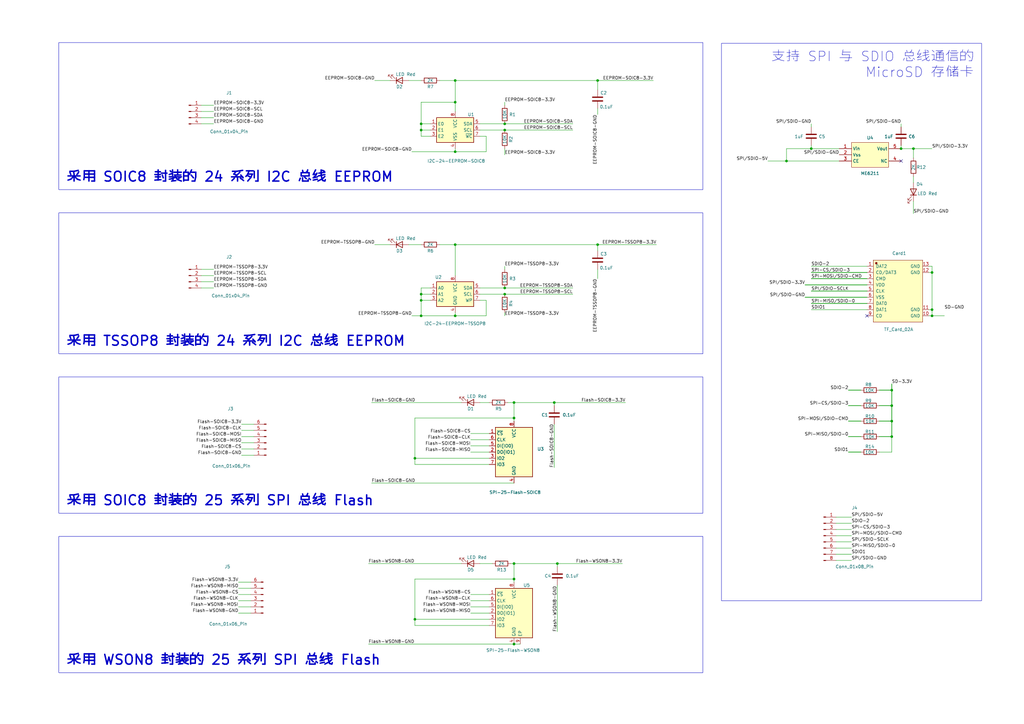
<source format=kicad_sch>
(kicad_sch (version 20230121) (generator eeschema)

  (uuid c9420995-43a7-497c-95f3-f431f6cd9989)

  (paper "A3")

  (title_block
    (title "UINIO-Storage")
    (date "2023-12-29")
    (rev "Version 1.0.0")
    (company "电子技术博客 UinIO.com")
  )

  (lib_symbols
    (symbol "Connector:Conn_01x04_Pin" (pin_names (offset 1.016) hide) (in_bom yes) (on_board yes)
      (property "Reference" "J" (at 0 5.08 0)
        (effects (font (size 1.27 1.27)))
      )
      (property "Value" "Conn_01x04_Pin" (at 0 -7.62 0)
        (effects (font (size 1.27 1.27)))
      )
      (property "Footprint" "" (at 0 0 0)
        (effects (font (size 1.27 1.27)) hide)
      )
      (property "Datasheet" "~" (at 0 0 0)
        (effects (font (size 1.27 1.27)) hide)
      )
      (property "ki_locked" "" (at 0 0 0)
        (effects (font (size 1.27 1.27)))
      )
      (property "ki_keywords" "connector" (at 0 0 0)
        (effects (font (size 1.27 1.27)) hide)
      )
      (property "ki_description" "Generic connector, single row, 01x04, script generated" (at 0 0 0)
        (effects (font (size 1.27 1.27)) hide)
      )
      (property "ki_fp_filters" "Connector*:*_1x??_*" (at 0 0 0)
        (effects (font (size 1.27 1.27)) hide)
      )
      (symbol "Conn_01x04_Pin_1_1"
        (polyline
          (pts
            (xy 1.27 -5.08)
            (xy 0.8636 -5.08)
          )
          (stroke (width 0.1524) (type default))
          (fill (type none))
        )
        (polyline
          (pts
            (xy 1.27 -2.54)
            (xy 0.8636 -2.54)
          )
          (stroke (width 0.1524) (type default))
          (fill (type none))
        )
        (polyline
          (pts
            (xy 1.27 0)
            (xy 0.8636 0)
          )
          (stroke (width 0.1524) (type default))
          (fill (type none))
        )
        (polyline
          (pts
            (xy 1.27 2.54)
            (xy 0.8636 2.54)
          )
          (stroke (width 0.1524) (type default))
          (fill (type none))
        )
        (rectangle (start 0.8636 -4.953) (end 0 -5.207)
          (stroke (width 0.1524) (type default))
          (fill (type outline))
        )
        (rectangle (start 0.8636 -2.413) (end 0 -2.667)
          (stroke (width 0.1524) (type default))
          (fill (type outline))
        )
        (rectangle (start 0.8636 0.127) (end 0 -0.127)
          (stroke (width 0.1524) (type default))
          (fill (type outline))
        )
        (rectangle (start 0.8636 2.667) (end 0 2.413)
          (stroke (width 0.1524) (type default))
          (fill (type outline))
        )
        (pin passive line (at 5.08 2.54 180) (length 3.81)
          (name "Pin_1" (effects (font (size 1.27 1.27))))
          (number "1" (effects (font (size 1.27 1.27))))
        )
        (pin passive line (at 5.08 0 180) (length 3.81)
          (name "Pin_2" (effects (font (size 1.27 1.27))))
          (number "2" (effects (font (size 1.27 1.27))))
        )
        (pin passive line (at 5.08 -2.54 180) (length 3.81)
          (name "Pin_3" (effects (font (size 1.27 1.27))))
          (number "3" (effects (font (size 1.27 1.27))))
        )
        (pin passive line (at 5.08 -5.08 180) (length 3.81)
          (name "Pin_4" (effects (font (size 1.27 1.27))))
          (number "4" (effects (font (size 1.27 1.27))))
        )
      )
    )
    (symbol "Connector:Conn_01x06_Pin" (pin_names (offset 1.016) hide) (in_bom yes) (on_board yes)
      (property "Reference" "J" (at 0 7.62 0)
        (effects (font (size 1.27 1.27)))
      )
      (property "Value" "Conn_01x06_Pin" (at 0 -10.16 0)
        (effects (font (size 1.27 1.27)))
      )
      (property "Footprint" "" (at 0 0 0)
        (effects (font (size 1.27 1.27)) hide)
      )
      (property "Datasheet" "~" (at 0 0 0)
        (effects (font (size 1.27 1.27)) hide)
      )
      (property "ki_locked" "" (at 0 0 0)
        (effects (font (size 1.27 1.27)))
      )
      (property "ki_keywords" "connector" (at 0 0 0)
        (effects (font (size 1.27 1.27)) hide)
      )
      (property "ki_description" "Generic connector, single row, 01x06, script generated" (at 0 0 0)
        (effects (font (size 1.27 1.27)) hide)
      )
      (property "ki_fp_filters" "Connector*:*_1x??_*" (at 0 0 0)
        (effects (font (size 1.27 1.27)) hide)
      )
      (symbol "Conn_01x06_Pin_1_1"
        (polyline
          (pts
            (xy 1.27 -7.62)
            (xy 0.8636 -7.62)
          )
          (stroke (width 0.1524) (type default))
          (fill (type none))
        )
        (polyline
          (pts
            (xy 1.27 -5.08)
            (xy 0.8636 -5.08)
          )
          (stroke (width 0.1524) (type default))
          (fill (type none))
        )
        (polyline
          (pts
            (xy 1.27 -2.54)
            (xy 0.8636 -2.54)
          )
          (stroke (width 0.1524) (type default))
          (fill (type none))
        )
        (polyline
          (pts
            (xy 1.27 0)
            (xy 0.8636 0)
          )
          (stroke (width 0.1524) (type default))
          (fill (type none))
        )
        (polyline
          (pts
            (xy 1.27 2.54)
            (xy 0.8636 2.54)
          )
          (stroke (width 0.1524) (type default))
          (fill (type none))
        )
        (polyline
          (pts
            (xy 1.27 5.08)
            (xy 0.8636 5.08)
          )
          (stroke (width 0.1524) (type default))
          (fill (type none))
        )
        (rectangle (start 0.8636 -7.493) (end 0 -7.747)
          (stroke (width 0.1524) (type default))
          (fill (type outline))
        )
        (rectangle (start 0.8636 -4.953) (end 0 -5.207)
          (stroke (width 0.1524) (type default))
          (fill (type outline))
        )
        (rectangle (start 0.8636 -2.413) (end 0 -2.667)
          (stroke (width 0.1524) (type default))
          (fill (type outline))
        )
        (rectangle (start 0.8636 0.127) (end 0 -0.127)
          (stroke (width 0.1524) (type default))
          (fill (type outline))
        )
        (rectangle (start 0.8636 2.667) (end 0 2.413)
          (stroke (width 0.1524) (type default))
          (fill (type outline))
        )
        (rectangle (start 0.8636 5.207) (end 0 4.953)
          (stroke (width 0.1524) (type default))
          (fill (type outline))
        )
        (pin passive line (at 5.08 5.08 180) (length 3.81)
          (name "Pin_1" (effects (font (size 1.27 1.27))))
          (number "1" (effects (font (size 1.27 1.27))))
        )
        (pin passive line (at 5.08 2.54 180) (length 3.81)
          (name "Pin_2" (effects (font (size 1.27 1.27))))
          (number "2" (effects (font (size 1.27 1.27))))
        )
        (pin passive line (at 5.08 0 180) (length 3.81)
          (name "Pin_3" (effects (font (size 1.27 1.27))))
          (number "3" (effects (font (size 1.27 1.27))))
        )
        (pin passive line (at 5.08 -2.54 180) (length 3.81)
          (name "Pin_4" (effects (font (size 1.27 1.27))))
          (number "4" (effects (font (size 1.27 1.27))))
        )
        (pin passive line (at 5.08 -5.08 180) (length 3.81)
          (name "Pin_5" (effects (font (size 1.27 1.27))))
          (number "5" (effects (font (size 1.27 1.27))))
        )
        (pin passive line (at 5.08 -7.62 180) (length 3.81)
          (name "Pin_6" (effects (font (size 1.27 1.27))))
          (number "6" (effects (font (size 1.27 1.27))))
        )
      )
    )
    (symbol "Connector:Conn_01x08_Pin" (pin_names (offset 1.016) hide) (in_bom yes) (on_board yes)
      (property "Reference" "J" (at 0 10.16 0)
        (effects (font (size 1.27 1.27)))
      )
      (property "Value" "Conn_01x08_Pin" (at 0 -12.7 0)
        (effects (font (size 1.27 1.27)))
      )
      (property "Footprint" "" (at 0 0 0)
        (effects (font (size 1.27 1.27)) hide)
      )
      (property "Datasheet" "~" (at 0 0 0)
        (effects (font (size 1.27 1.27)) hide)
      )
      (property "ki_locked" "" (at 0 0 0)
        (effects (font (size 1.27 1.27)))
      )
      (property "ki_keywords" "connector" (at 0 0 0)
        (effects (font (size 1.27 1.27)) hide)
      )
      (property "ki_description" "Generic connector, single row, 01x08, script generated" (at 0 0 0)
        (effects (font (size 1.27 1.27)) hide)
      )
      (property "ki_fp_filters" "Connector*:*_1x??_*" (at 0 0 0)
        (effects (font (size 1.27 1.27)) hide)
      )
      (symbol "Conn_01x08_Pin_1_1"
        (polyline
          (pts
            (xy 1.27 -10.16)
            (xy 0.8636 -10.16)
          )
          (stroke (width 0.1524) (type default))
          (fill (type none))
        )
        (polyline
          (pts
            (xy 1.27 -7.62)
            (xy 0.8636 -7.62)
          )
          (stroke (width 0.1524) (type default))
          (fill (type none))
        )
        (polyline
          (pts
            (xy 1.27 -5.08)
            (xy 0.8636 -5.08)
          )
          (stroke (width 0.1524) (type default))
          (fill (type none))
        )
        (polyline
          (pts
            (xy 1.27 -2.54)
            (xy 0.8636 -2.54)
          )
          (stroke (width 0.1524) (type default))
          (fill (type none))
        )
        (polyline
          (pts
            (xy 1.27 0)
            (xy 0.8636 0)
          )
          (stroke (width 0.1524) (type default))
          (fill (type none))
        )
        (polyline
          (pts
            (xy 1.27 2.54)
            (xy 0.8636 2.54)
          )
          (stroke (width 0.1524) (type default))
          (fill (type none))
        )
        (polyline
          (pts
            (xy 1.27 5.08)
            (xy 0.8636 5.08)
          )
          (stroke (width 0.1524) (type default))
          (fill (type none))
        )
        (polyline
          (pts
            (xy 1.27 7.62)
            (xy 0.8636 7.62)
          )
          (stroke (width 0.1524) (type default))
          (fill (type none))
        )
        (rectangle (start 0.8636 -10.033) (end 0 -10.287)
          (stroke (width 0.1524) (type default))
          (fill (type outline))
        )
        (rectangle (start 0.8636 -7.493) (end 0 -7.747)
          (stroke (width 0.1524) (type default))
          (fill (type outline))
        )
        (rectangle (start 0.8636 -4.953) (end 0 -5.207)
          (stroke (width 0.1524) (type default))
          (fill (type outline))
        )
        (rectangle (start 0.8636 -2.413) (end 0 -2.667)
          (stroke (width 0.1524) (type default))
          (fill (type outline))
        )
        (rectangle (start 0.8636 0.127) (end 0 -0.127)
          (stroke (width 0.1524) (type default))
          (fill (type outline))
        )
        (rectangle (start 0.8636 2.667) (end 0 2.413)
          (stroke (width 0.1524) (type default))
          (fill (type outline))
        )
        (rectangle (start 0.8636 5.207) (end 0 4.953)
          (stroke (width 0.1524) (type default))
          (fill (type outline))
        )
        (rectangle (start 0.8636 7.747) (end 0 7.493)
          (stroke (width 0.1524) (type default))
          (fill (type outline))
        )
        (pin passive line (at 5.08 7.62 180) (length 3.81)
          (name "Pin_1" (effects (font (size 1.27 1.27))))
          (number "1" (effects (font (size 1.27 1.27))))
        )
        (pin passive line (at 5.08 5.08 180) (length 3.81)
          (name "Pin_2" (effects (font (size 1.27 1.27))))
          (number "2" (effects (font (size 1.27 1.27))))
        )
        (pin passive line (at 5.08 2.54 180) (length 3.81)
          (name "Pin_3" (effects (font (size 1.27 1.27))))
          (number "3" (effects (font (size 1.27 1.27))))
        )
        (pin passive line (at 5.08 0 180) (length 3.81)
          (name "Pin_4" (effects (font (size 1.27 1.27))))
          (number "4" (effects (font (size 1.27 1.27))))
        )
        (pin passive line (at 5.08 -2.54 180) (length 3.81)
          (name "Pin_5" (effects (font (size 1.27 1.27))))
          (number "5" (effects (font (size 1.27 1.27))))
        )
        (pin passive line (at 5.08 -5.08 180) (length 3.81)
          (name "Pin_6" (effects (font (size 1.27 1.27))))
          (number "6" (effects (font (size 1.27 1.27))))
        )
        (pin passive line (at 5.08 -7.62 180) (length 3.81)
          (name "Pin_7" (effects (font (size 1.27 1.27))))
          (number "7" (effects (font (size 1.27 1.27))))
        )
        (pin passive line (at 5.08 -10.16 180) (length 3.81)
          (name "Pin_8" (effects (font (size 1.27 1.27))))
          (number "8" (effects (font (size 1.27 1.27))))
        )
      )
    )
    (symbol "Device:C" (pin_numbers hide) (pin_names (offset 0.254)) (in_bom yes) (on_board yes)
      (property "Reference" "C" (at 0.635 2.54 0)
        (effects (font (size 1.27 1.27)) (justify left))
      )
      (property "Value" "C" (at 0.635 -2.54 0)
        (effects (font (size 1.27 1.27)) (justify left))
      )
      (property "Footprint" "" (at 0.9652 -3.81 0)
        (effects (font (size 1.27 1.27)) hide)
      )
      (property "Datasheet" "~" (at 0 0 0)
        (effects (font (size 1.27 1.27)) hide)
      )
      (property "ki_keywords" "cap capacitor" (at 0 0 0)
        (effects (font (size 1.27 1.27)) hide)
      )
      (property "ki_description" "Unpolarized capacitor" (at 0 0 0)
        (effects (font (size 1.27 1.27)) hide)
      )
      (property "ki_fp_filters" "C_*" (at 0 0 0)
        (effects (font (size 1.27 1.27)) hide)
      )
      (symbol "C_0_1"
        (polyline
          (pts
            (xy -2.032 -0.762)
            (xy 2.032 -0.762)
          )
          (stroke (width 0.508) (type default))
          (fill (type none))
        )
        (polyline
          (pts
            (xy -2.032 0.762)
            (xy 2.032 0.762)
          )
          (stroke (width 0.508) (type default))
          (fill (type none))
        )
      )
      (symbol "C_1_1"
        (pin passive line (at 0 3.81 270) (length 2.794)
          (name "~" (effects (font (size 1.27 1.27))))
          (number "1" (effects (font (size 1.27 1.27))))
        )
        (pin passive line (at 0 -3.81 90) (length 2.794)
          (name "~" (effects (font (size 1.27 1.27))))
          (number "2" (effects (font (size 1.27 1.27))))
        )
      )
    )
    (symbol "Device:LED" (pin_numbers hide) (pin_names (offset 1.016) hide) (in_bom yes) (on_board yes)
      (property "Reference" "D" (at 0 2.54 0)
        (effects (font (size 1.27 1.27)))
      )
      (property "Value" "LED" (at 0 -2.54 0)
        (effects (font (size 1.27 1.27)))
      )
      (property "Footprint" "" (at 0 0 0)
        (effects (font (size 1.27 1.27)) hide)
      )
      (property "Datasheet" "~" (at 0 0 0)
        (effects (font (size 1.27 1.27)) hide)
      )
      (property "ki_keywords" "LED diode" (at 0 0 0)
        (effects (font (size 1.27 1.27)) hide)
      )
      (property "ki_description" "Light emitting diode" (at 0 0 0)
        (effects (font (size 1.27 1.27)) hide)
      )
      (property "ki_fp_filters" "LED* LED_SMD:* LED_THT:*" (at 0 0 0)
        (effects (font (size 1.27 1.27)) hide)
      )
      (symbol "LED_0_1"
        (polyline
          (pts
            (xy -1.27 -1.27)
            (xy -1.27 1.27)
          )
          (stroke (width 0.254) (type default))
          (fill (type none))
        )
        (polyline
          (pts
            (xy -1.27 0)
            (xy 1.27 0)
          )
          (stroke (width 0) (type default))
          (fill (type none))
        )
        (polyline
          (pts
            (xy 1.27 -1.27)
            (xy 1.27 1.27)
            (xy -1.27 0)
            (xy 1.27 -1.27)
          )
          (stroke (width 0.254) (type default))
          (fill (type none))
        )
        (polyline
          (pts
            (xy -3.048 -0.762)
            (xy -4.572 -2.286)
            (xy -3.81 -2.286)
            (xy -4.572 -2.286)
            (xy -4.572 -1.524)
          )
          (stroke (width 0) (type default))
          (fill (type none))
        )
        (polyline
          (pts
            (xy -1.778 -0.762)
            (xy -3.302 -2.286)
            (xy -2.54 -2.286)
            (xy -3.302 -2.286)
            (xy -3.302 -1.524)
          )
          (stroke (width 0) (type default))
          (fill (type none))
        )
      )
      (symbol "LED_1_1"
        (pin passive line (at -3.81 0 0) (length 2.54)
          (name "K" (effects (font (size 1.27 1.27))))
          (number "1" (effects (font (size 1.27 1.27))))
        )
        (pin passive line (at 3.81 0 180) (length 2.54)
          (name "A" (effects (font (size 1.27 1.27))))
          (number "2" (effects (font (size 1.27 1.27))))
        )
      )
    )
    (symbol "Device:R" (pin_numbers hide) (pin_names (offset 0)) (in_bom yes) (on_board yes)
      (property "Reference" "R" (at 2.032 0 90)
        (effects (font (size 1.27 1.27)))
      )
      (property "Value" "R" (at 0 0 90)
        (effects (font (size 1.27 1.27)))
      )
      (property "Footprint" "" (at -1.778 0 90)
        (effects (font (size 1.27 1.27)) hide)
      )
      (property "Datasheet" "~" (at 0 0 0)
        (effects (font (size 1.27 1.27)) hide)
      )
      (property "ki_keywords" "R res resistor" (at 0 0 0)
        (effects (font (size 1.27 1.27)) hide)
      )
      (property "ki_description" "Resistor" (at 0 0 0)
        (effects (font (size 1.27 1.27)) hide)
      )
      (property "ki_fp_filters" "R_*" (at 0 0 0)
        (effects (font (size 1.27 1.27)) hide)
      )
      (symbol "R_0_1"
        (rectangle (start -1.016 -2.54) (end 1.016 2.54)
          (stroke (width 0.254) (type default))
          (fill (type none))
        )
      )
      (symbol "R_1_1"
        (pin passive line (at 0 3.81 270) (length 1.27)
          (name "~" (effects (font (size 1.27 1.27))))
          (number "1" (effects (font (size 1.27 1.27))))
        )
        (pin passive line (at 0 -3.81 90) (length 1.27)
          (name "~" (effects (font (size 1.27 1.27))))
          (number "2" (effects (font (size 1.27 1.27))))
        )
      )
    )
    (symbol "ME6211_1" (in_bom yes) (on_board yes)
      (property "Reference" "V1" (at 5.08 2.54 0)
        (effects (font (size 1.27 1.27)) (justify left bottom))
      )
      (property "Value" "ME6211" (at 8.89 -10.16 0)
        (effects (font (size 1.27 1.27)) (justify left bottom))
      )
      (property "Footprint" "Uinio:SOT-23-5_L3.0-W1.7-P0.95-LS2.8-BR" (at 12.7 -13.97 0)
        (effects (font (size 1.27 1.27)) hide)
      )
      (property "Datasheet" "" (at 0 0 0)
        (effects (font (size 1.27 1.27)) hide)
      )
      (property "BOM名称" "低功耗LDO" (at 8.382 6.096 0)
        (effects (font (size 1.27 1.27)) (justify left bottom) hide)
      )
      (property "ki_description" "低功耗LDO" (at 0 0 0)
        (effects (font (size 1.27 1.27)) hide)
      )
      (property "ki_fp_filters" "SOT23-5L" (at 0 0 0)
        (effects (font (size 1.27 1.27)) hide)
      )
      (symbol "ME6211_1_1_0"
        (rectangle (start 5.08 2.54) (end 20.32 -7.62)
          (stroke (width 0) (type default))
          (fill (type background))
        )
        (pin passive line (at 0 0 0) (length 5.08)
          (name "Vin" (effects (font (size 1.27 1.27))))
          (number "1" (effects (font (size 1.27 1.27))))
        )
        (pin passive line (at 0 -2.54 0) (length 5.08)
          (name "Vss" (effects (font (size 1.27 1.27))))
          (number "2" (effects (font (size 1.27 1.27))))
        )
        (pin passive line (at 0 -5.08 0) (length 5.08)
          (name "CE" (effects (font (size 1.27 1.27))))
          (number "3" (effects (font (size 1.27 1.27))))
        )
        (pin passive line (at 25.4 -5.08 180) (length 5.08)
          (name "NC" (effects (font (size 1.27 1.27))))
          (number "4" (effects (font (size 1.27 1.27))))
        )
        (pin passive line (at 25.4 0 180) (length 5.08)
          (name "Vout" (effects (font (size 1.27 1.27))))
          (number "5" (effects (font (size 1.27 1.27))))
        )
      )
    )
    (symbol "Memory_EEPROM:AT24CS01-XHM" (in_bom yes) (on_board yes)
      (property "Reference" "U" (at -7.62 6.35 0)
        (effects (font (size 1.27 1.27)))
      )
      (property "Value" "AT24CS01-XHM" (at 2.54 -6.35 0)
        (effects (font (size 1.27 1.27)) (justify left))
      )
      (property "Footprint" "Package_SO:TSSOP-8_4.4x3mm_P0.65mm" (at 0 0 0)
        (effects (font (size 1.27 1.27)) hide)
      )
      (property "Datasheet" "http://ww1.microchip.com/downloads/en/DeviceDoc/Atmel-8815-SEEPROM-AT24CS01-02-Datasheet.pdf" (at 0 0 0)
        (effects (font (size 1.27 1.27)) hide)
      )
      (property "ki_keywords" "I2C Serial EEPROM Nonvolatile Memory" (at 0 0 0)
        (effects (font (size 1.27 1.27)) hide)
      )
      (property "ki_description" "I2C Serial EEPROM, 1Kb (128x8) with Unique Serial Number, TSSOP8" (at 0 0 0)
        (effects (font (size 1.27 1.27)) hide)
      )
      (property "ki_fp_filters" "TSSOP*4.4x3mm*P0.65mm*" (at 0 0 0)
        (effects (font (size 1.27 1.27)) hide)
      )
      (symbol "AT24CS01-XHM_1_1"
        (rectangle (start -7.62 5.08) (end 7.62 -5.08)
          (stroke (width 0.254) (type default))
          (fill (type background))
        )
        (pin input line (at -10.16 2.54 0) (length 2.54)
          (name "A0" (effects (font (size 1.27 1.27))))
          (number "1" (effects (font (size 1.27 1.27))))
        )
        (pin input line (at -10.16 0 0) (length 2.54)
          (name "A1" (effects (font (size 1.27 1.27))))
          (number "2" (effects (font (size 1.27 1.27))))
        )
        (pin input line (at -10.16 -2.54 0) (length 2.54)
          (name "A2" (effects (font (size 1.27 1.27))))
          (number "3" (effects (font (size 1.27 1.27))))
        )
        (pin power_in line (at 0 -7.62 90) (length 2.54)
          (name "GND" (effects (font (size 1.27 1.27))))
          (number "4" (effects (font (size 1.27 1.27))))
        )
        (pin bidirectional line (at 10.16 2.54 180) (length 2.54)
          (name "SDA" (effects (font (size 1.27 1.27))))
          (number "5" (effects (font (size 1.27 1.27))))
        )
        (pin input line (at 10.16 0 180) (length 2.54)
          (name "SCL" (effects (font (size 1.27 1.27))))
          (number "6" (effects (font (size 1.27 1.27))))
        )
        (pin input line (at 10.16 -2.54 180) (length 2.54)
          (name "WP" (effects (font (size 1.27 1.27))))
          (number "7" (effects (font (size 1.27 1.27))))
        )
        (pin power_in line (at 0 7.62 270) (length 2.54)
          (name "VCC" (effects (font (size 1.27 1.27))))
          (number "8" (effects (font (size 1.27 1.27))))
        )
      )
    )
    (symbol "Memory_EEPROM:M24C02-FMN" (in_bom yes) (on_board yes)
      (property "Reference" "U" (at -6.35 6.35 0)
        (effects (font (size 1.27 1.27)))
      )
      (property "Value" "M24C02-FMN" (at 7.62 6.35 0)
        (effects (font (size 1.27 1.27)))
      )
      (property "Footprint" "Package_SO:SOIC-8_3.9x4.9mm_P1.27mm" (at 0 8.89 0)
        (effects (font (size 1.27 1.27)) hide)
      )
      (property "Datasheet" "http://www.st.com/content/ccc/resource/technical/document/datasheet/b0/d8/50/40/5a/85/49/6f/DM00071904.pdf/files/DM00071904.pdf/jcr:content/translations/en.DM00071904.pdf" (at 1.27 -12.7 0)
        (effects (font (size 1.27 1.27)) hide)
      )
      (property "ki_keywords" "Nonvolatile Non-Volatile Memory ROM ST" (at 0 0 0)
        (effects (font (size 1.27 1.27)) hide)
      )
      (property "ki_description" "2Kb (256x8) I2C Serial EEPROM, 1.6-5.5V, SOIC-8" (at 0 0 0)
        (effects (font (size 1.27 1.27)) hide)
      )
      (property "ki_fp_filters" "SOIC*3.9x4.9mm*P1.27mm*" (at 0 0 0)
        (effects (font (size 1.27 1.27)) hide)
      )
      (symbol "M24C02-FMN_0_1"
        (rectangle (start -7.62 5.08) (end 7.62 -5.08)
          (stroke (width 0.254) (type default))
          (fill (type background))
        )
      )
      (symbol "M24C02-FMN_1_1"
        (pin input line (at -10.16 2.54 0) (length 2.54)
          (name "E0" (effects (font (size 1.27 1.27))))
          (number "1" (effects (font (size 1.27 1.27))))
        )
        (pin input line (at -10.16 0 0) (length 2.54)
          (name "E1" (effects (font (size 1.27 1.27))))
          (number "2" (effects (font (size 1.27 1.27))))
        )
        (pin input line (at -10.16 -2.54 0) (length 2.54)
          (name "E2" (effects (font (size 1.27 1.27))))
          (number "3" (effects (font (size 1.27 1.27))))
        )
        (pin power_in line (at 0 -7.62 90) (length 2.54)
          (name "VSS" (effects (font (size 1.27 1.27))))
          (number "4" (effects (font (size 1.27 1.27))))
        )
        (pin bidirectional line (at 10.16 2.54 180) (length 2.54)
          (name "SDA" (effects (font (size 1.27 1.27))))
          (number "5" (effects (font (size 1.27 1.27))))
        )
        (pin input line (at 10.16 0 180) (length 2.54)
          (name "SCL" (effects (font (size 1.27 1.27))))
          (number "6" (effects (font (size 1.27 1.27))))
        )
        (pin input line (at 10.16 -2.54 180) (length 2.54)
          (name "~{WC}" (effects (font (size 1.27 1.27))))
          (number "7" (effects (font (size 1.27 1.27))))
        )
        (pin power_in line (at 0 7.62 270) (length 2.54)
          (name "VCC" (effects (font (size 1.27 1.27))))
          (number "8" (effects (font (size 1.27 1.27))))
        )
      )
    )
    (symbol "Memory_Flash:W25Q32JVSS" (in_bom yes) (on_board yes)
      (property "Reference" "U" (at -6.35 11.43 0)
        (effects (font (size 1.27 1.27)))
      )
      (property "Value" "W25Q32JVSS" (at 7.62 11.43 0)
        (effects (font (size 1.27 1.27)))
      )
      (property "Footprint" "Package_SO:SOIC-8_5.23x5.23mm_P1.27mm" (at 0 0 0)
        (effects (font (size 1.27 1.27)) hide)
      )
      (property "Datasheet" "http://www.winbond.com/resource-files/w25q32jv%20revg%2003272018%20plus.pdf" (at 0 0 0)
        (effects (font (size 1.27 1.27)) hide)
      )
      (property "ki_keywords" "flash memory SPI" (at 0 0 0)
        (effects (font (size 1.27 1.27)) hide)
      )
      (property "ki_description" "32Mb Serial Flash Memory, Standard/Dual/Quad SPI, SOIC-8" (at 0 0 0)
        (effects (font (size 1.27 1.27)) hide)
      )
      (property "ki_fp_filters" "SOIC*5.23x5.23mm*P1.27mm*" (at 0 0 0)
        (effects (font (size 1.27 1.27)) hide)
      )
      (symbol "W25Q32JVSS_0_1"
        (rectangle (start -7.62 10.16) (end 7.62 -10.16)
          (stroke (width 0.254) (type default))
          (fill (type background))
        )
      )
      (symbol "W25Q32JVSS_1_1"
        (pin input line (at -10.16 7.62 0) (length 2.54)
          (name "~{CS}" (effects (font (size 1.27 1.27))))
          (number "1" (effects (font (size 1.27 1.27))))
        )
        (pin bidirectional line (at -10.16 0 0) (length 2.54)
          (name "DO(IO1)" (effects (font (size 1.27 1.27))))
          (number "2" (effects (font (size 1.27 1.27))))
        )
        (pin bidirectional line (at -10.16 -2.54 0) (length 2.54)
          (name "IO2" (effects (font (size 1.27 1.27))))
          (number "3" (effects (font (size 1.27 1.27))))
        )
        (pin power_in line (at 0 -12.7 90) (length 2.54)
          (name "GND" (effects (font (size 1.27 1.27))))
          (number "4" (effects (font (size 1.27 1.27))))
        )
        (pin bidirectional line (at -10.16 2.54 0) (length 2.54)
          (name "DI(IO0)" (effects (font (size 1.27 1.27))))
          (number "5" (effects (font (size 1.27 1.27))))
        )
        (pin input line (at -10.16 5.08 0) (length 2.54)
          (name "CLK" (effects (font (size 1.27 1.27))))
          (number "6" (effects (font (size 1.27 1.27))))
        )
        (pin bidirectional line (at -10.16 -5.08 0) (length 2.54)
          (name "IO3" (effects (font (size 1.27 1.27))))
          (number "7" (effects (font (size 1.27 1.27))))
        )
        (pin power_in line (at 0 12.7 270) (length 2.54)
          (name "VCC" (effects (font (size 1.27 1.27))))
          (number "8" (effects (font (size 1.27 1.27))))
        )
      )
    )
    (symbol "Memory_Flash:W25Q32JVZP" (in_bom yes) (on_board yes)
      (property "Reference" "U" (at -6.35 11.43 0)
        (effects (font (size 1.27 1.27)))
      )
      (property "Value" "W25Q32JVZP" (at 7.62 11.43 0)
        (effects (font (size 1.27 1.27)))
      )
      (property "Footprint" "Package_SON:WSON-8-1EP_6x5mm_P1.27mm_EP3.4x4.3mm" (at 0 0 0)
        (effects (font (size 1.27 1.27)) hide)
      )
      (property "Datasheet" "http://www.winbond.com/resource-files/w25q32jv%20revg%2003272018%20plus.pdf" (at 0 -2.54 0)
        (effects (font (size 1.27 1.27)) hide)
      )
      (property "ki_keywords" "flash memory SPI" (at 0 0 0)
        (effects (font (size 1.27 1.27)) hide)
      )
      (property "ki_description" "32Mb Serial Flash Memory, Standard/Dual/Quad SPI, DFN-8" (at 0 0 0)
        (effects (font (size 1.27 1.27)) hide)
      )
      (property "ki_fp_filters" "WSON*1EP*6x5mm*P1.27mm*" (at 0 0 0)
        (effects (font (size 1.27 1.27)) hide)
      )
      (symbol "W25Q32JVZP_0_1"
        (rectangle (start -7.62 10.16) (end 7.62 -10.16)
          (stroke (width 0.254) (type default))
          (fill (type background))
        )
      )
      (symbol "W25Q32JVZP_1_1"
        (pin input line (at -10.16 7.62 0) (length 2.54)
          (name "~{CS}" (effects (font (size 1.27 1.27))))
          (number "1" (effects (font (size 1.27 1.27))))
        )
        (pin bidirectional line (at -10.16 0 0) (length 2.54)
          (name "DO(IO1)" (effects (font (size 1.27 1.27))))
          (number "2" (effects (font (size 1.27 1.27))))
        )
        (pin bidirectional line (at -10.16 -2.54 0) (length 2.54)
          (name "IO2" (effects (font (size 1.27 1.27))))
          (number "3" (effects (font (size 1.27 1.27))))
        )
        (pin power_in line (at 0 -12.7 90) (length 2.54)
          (name "GND" (effects (font (size 1.27 1.27))))
          (number "4" (effects (font (size 1.27 1.27))))
        )
        (pin bidirectional line (at -10.16 2.54 0) (length 2.54)
          (name "DI(IO0)" (effects (font (size 1.27 1.27))))
          (number "5" (effects (font (size 1.27 1.27))))
        )
        (pin input line (at -10.16 5.08 0) (length 2.54)
          (name "CLK" (effects (font (size 1.27 1.27))))
          (number "6" (effects (font (size 1.27 1.27))))
        )
        (pin bidirectional line (at -10.16 -5.08 0) (length 2.54)
          (name "IO3" (effects (font (size 1.27 1.27))))
          (number "7" (effects (font (size 1.27 1.27))))
        )
        (pin power_in line (at 0 12.7 270) (length 2.54)
          (name "VCC" (effects (font (size 1.27 1.27))))
          (number "8" (effects (font (size 1.27 1.27))))
        )
        (pin passive line (at 2.54 -12.7 90) (length 2.54)
          (name "EP" (effects (font (size 1.27 1.27))))
          (number "9" (effects (font (size 1.27 1.27))))
        )
      )
    )
    (symbol "Uinio:RES_0402" (in_bom yes) (on_board yes)
      (property "Reference" "R9" (at -3.81 -3.81 0)
        (effects (font (size 1.27 1.27)) (justify left bottom))
      )
      (property "Value" "RES_0402" (at 1.27 -3.81 0)
        (effects (font (size 1.27 1.27)) (justify left bottom))
      )
      (property "Footprint" "Uinio:RES_0402" (at 0 0 0)
        (effects (font (size 1.27 1.27)) hide)
      )
      (property "Datasheet" "" (at 0 0 0)
        (effects (font (size 1.27 1.27)) hide)
      )
      (property "ALTIUM_VALUE" "22R" (at -4.318 1.016 0)
        (effects (font (size 1.27 1.27)) (justify left bottom) hide)
      )
      (property "ki_description" "Resistor" (at 0 0 0)
        (effects (font (size 1.27 1.27)) hide)
      )
      (property "ki_fp_filters" "RES_0402" (at 0 0 0)
        (effects (font (size 1.27 1.27)) hide)
      )
      (symbol "RES_0402_1_0"
        (rectangle (start 2.54 1.016) (end -2.54 -1.016)
          (stroke (width 0.254) (type default))
          (fill (type none))
        )
        (pin passive line (at 3.81 0 180) (length 1.27)
          (name "1" (effects (font (size 0 0))))
          (number "1" (effects (font (size 0 0))))
        )
        (pin passive line (at -3.81 0 0) (length 1.27)
          (name "2" (effects (font (size 0 0))))
          (number "2" (effects (font (size 0 0))))
        )
      )
    )
    (symbol "Uinio:TF_Card_02A" (pin_names (offset 1.016)) (in_bom yes) (on_board yes)
      (property "Reference" "Card" (at 0 15.24 0)
        (effects (font (size 1.27 1.27)))
      )
      (property "Value" "TF_Card_02A" (at 0 20.32 0)
        (effects (font (size 1.27 1.27)))
      )
      (property "Footprint" "Uinio:TF-SMD_TF-02" (at 0 10.16 0)
        (effects (font (size 1.27 1.27)) hide)
      )
      (property "Datasheet" "" (at 0 5.08 0)
        (effects (font (size 1.27 1.27)) hide)
      )
      (property "SuppliersPartNumber" "C2889261" (at 0 0 0)
        (effects (font (size 1.27 1.27)) hide)
      )
      (property "uuid" "std:d296a76a79c743a0bd4ab3714a928763" (at 0 0 0)
        (effects (font (size 1.27 1.27)) hide)
      )
      (symbol "TF_Card_02A_1_1"
        (rectangle (start -10.16 12.7) (end 10.16 -12.7)
          (stroke (width 0.1524) (type default))
          (fill (type background))
        )
        (circle (center -8.89 11.43) (radius 0.381)
          (stroke (width 0.1524) (type default))
          (fill (type outline))
        )
        (pin input line (at -12.7 10.16 0) (length 2.54)
          (name "DAT2" (effects (font (size 1.27 1.27))))
          (number "1" (effects (font (size 1.27 1.27))))
        )
        (pin input line (at 12.7 -10.16 180) (length 2.54)
          (name "GND" (effects (font (size 1.27 1.27))))
          (number "10" (effects (font (size 1.27 1.27))))
        )
        (pin input line (at 12.7 -7.62 180) (length 2.54)
          (name "GND" (effects (font (size 1.27 1.27))))
          (number "11" (effects (font (size 1.27 1.27))))
        )
        (pin input line (at 12.7 7.62 180) (length 2.54)
          (name "GND" (effects (font (size 1.27 1.27))))
          (number "12" (effects (font (size 1.27 1.27))))
        )
        (pin input line (at 12.7 10.16 180) (length 2.54)
          (name "GND" (effects (font (size 1.27 1.27))))
          (number "13" (effects (font (size 1.27 1.27))))
        )
        (pin input line (at -12.7 7.62 0) (length 2.54)
          (name "CD/DAT3" (effects (font (size 1.27 1.27))))
          (number "2" (effects (font (size 1.27 1.27))))
        )
        (pin input line (at -12.7 5.08 0) (length 2.54)
          (name "CMD" (effects (font (size 1.27 1.27))))
          (number "3" (effects (font (size 1.27 1.27))))
        )
        (pin input line (at -12.7 2.54 0) (length 2.54)
          (name "VDD" (effects (font (size 1.27 1.27))))
          (number "4" (effects (font (size 1.27 1.27))))
        )
        (pin input line (at -12.7 0 0) (length 2.54)
          (name "CLK" (effects (font (size 1.27 1.27))))
          (number "5" (effects (font (size 1.27 1.27))))
        )
        (pin input line (at -12.7 -2.54 0) (length 2.54)
          (name "VSS" (effects (font (size 1.27 1.27))))
          (number "6" (effects (font (size 1.27 1.27))))
        )
        (pin input line (at -12.7 -5.08 0) (length 2.54)
          (name "DAT0" (effects (font (size 1.27 1.27))))
          (number "7" (effects (font (size 1.27 1.27))))
        )
        (pin input line (at -12.7 -7.62 0) (length 2.54)
          (name "DAT1" (effects (font (size 1.27 1.27))))
          (number "8" (effects (font (size 1.27 1.27))))
        )
        (pin input line (at -12.7 -10.16 0) (length 2.54)
          (name "CD" (effects (font (size 1.27 1.27))))
          (number "9" (effects (font (size 1.27 1.27))))
        )
      )
    )
  )

  (junction (at 172.72 120.65) (diameter 0) (color 0 0 0 0)
    (uuid 014175e7-3175-4355-9266-7303d72392d2)
  )
  (junction (at 365.76 179.07) (diameter 0) (color 0 0 0 0)
    (uuid 014a8afd-92dd-4c8a-aa6b-1f614574481b)
  )
  (junction (at 207.01 118.11) (diameter 0) (color 0 0 0 0)
    (uuid 0441caa9-91cc-4811-a935-3457052d7c7f)
  )
  (junction (at 210.82 165.1) (diameter 0) (color 0 0 0 0)
    (uuid 05b01378-3b6e-4dab-8dc2-5cfbbab2cfb6)
  )
  (junction (at 382.27 127) (diameter 0) (color 0 0 0 0)
    (uuid 061c47af-ff80-4a4e-bd72-b9e66e090a1a)
  )
  (junction (at 245.11 100.33) (diameter 0) (color 0 0 0 0)
    (uuid 1097cd13-acfb-49ee-b056-da23f38a96ad)
  )
  (junction (at 172.72 129.54) (diameter 0) (color 0 0 0 0)
    (uuid 13ebd46c-fc42-4c49-89a8-13f12002a081)
  )
  (junction (at 186.69 41.91) (diameter 0) (color 0 0 0 0)
    (uuid 1cf33271-06ec-4361-b583-448d16a6f9b2)
  )
  (junction (at 210.82 237.49) (diameter 0) (color 0 0 0 0)
    (uuid 287f7b79-f3f0-4609-9a9f-41fe4be70b5f)
  )
  (junction (at 365.76 172.72) (diameter 0) (color 0 0 0 0)
    (uuid 31e26d6a-0c75-40ca-9df7-bf954caf9db5)
  )
  (junction (at 332.74 60.96) (diameter 0) (color 0 0 0 0)
    (uuid 3330b00c-4c14-4d3e-8a7a-9fa7ed72fa80)
  )
  (junction (at 210.82 264.16) (diameter 0) (color 0 0 0 0)
    (uuid 4c5170e2-9cfd-4104-807b-f8e158041081)
  )
  (junction (at 207.01 50.8) (diameter 0) (color 0 0 0 0)
    (uuid 516c8aaa-0906-4078-a426-9160c290442b)
  )
  (junction (at 369.57 60.96) (diameter 0) (color 0 0 0 0)
    (uuid 572874b2-8d43-42b8-8174-969a0194de9e)
  )
  (junction (at 382.27 129.54) (diameter 0) (color 0 0 0 0)
    (uuid 577fc387-5841-4bf3-a548-7cff4d128708)
  )
  (junction (at 245.11 33.02) (diameter 0) (color 0 0 0 0)
    (uuid 5964b2ab-b318-4021-b024-ef3c743b3bfa)
  )
  (junction (at 210.82 231.14) (diameter 0) (color 0 0 0 0)
    (uuid 60948183-109f-46cd-8a8c-99892f1cd7ac)
  )
  (junction (at 228.6 231.14) (diameter 0) (color 0 0 0 0)
    (uuid 71396884-07cd-4be5-8afe-dff3457ce0d6)
  )
  (junction (at 382.27 111.76) (diameter 0) (color 0 0 0 0)
    (uuid 71fcf177-bba3-4127-a0ff-27a293653de4)
  )
  (junction (at 374.65 60.96) (diameter 0) (color 0 0 0 0)
    (uuid 7e0c2199-8891-48e4-9157-83008649eb6c)
  )
  (junction (at 365.76 166.37) (diameter 0) (color 0 0 0 0)
    (uuid 86fe0702-cdf7-4ba4-8a10-a25b16064953)
  )
  (junction (at 172.72 123.19) (diameter 0) (color 0 0 0 0)
    (uuid 87ccec02-9539-4bea-a812-623de50d179b)
  )
  (junction (at 186.69 33.02) (diameter 0) (color 0 0 0 0)
    (uuid 8dab3500-4aab-4097-b85f-7f9777cb397a)
  )
  (junction (at 186.69 100.33) (diameter 0) (color 0 0 0 0)
    (uuid b05cc277-91d9-45b1-83ea-f77ddf4107b7)
  )
  (junction (at 210.82 171.45) (diameter 0) (color 0 0 0 0)
    (uuid b84a6628-2982-4835-af09-7d361aa0c483)
  )
  (junction (at 207.01 53.34) (diameter 0) (color 0 0 0 0)
    (uuid bfb56b08-b62b-4502-b772-bcf72cde5bfa)
  )
  (junction (at 365.76 160.02) (diameter 0) (color 0 0 0 0)
    (uuid c74c580b-927d-4fb9-bb1a-70d8a1a9cd55)
  )
  (junction (at 207.01 120.65) (diameter 0) (color 0 0 0 0)
    (uuid c809473d-9d0a-4680-acc2-9a5143dda16b)
  )
  (junction (at 170.18 254) (diameter 0) (color 0 0 0 0)
    (uuid cdcc3aec-7fe3-440d-b55b-d74abe6e4ecf)
  )
  (junction (at 172.72 53.34) (diameter 0) (color 0 0 0 0)
    (uuid d7880b4a-7837-4120-9972-0205f25c169f)
  )
  (junction (at 170.18 187.96) (diameter 0) (color 0 0 0 0)
    (uuid d7ef64aa-9aef-48a0-97c3-784c86c478ea)
  )
  (junction (at 186.69 129.54) (diameter 0) (color 0 0 0 0)
    (uuid de086746-1aca-438b-ad09-a1317e41c318)
  )
  (junction (at 322.58 66.04) (diameter 0) (color 0 0 0 0)
    (uuid e7183ab2-c421-46b8-a33b-19a118c08d52)
  )
  (junction (at 227.33 165.1) (diameter 0) (color 0 0 0 0)
    (uuid f0316466-6ea0-4291-91a3-0124ee9d8c72)
  )
  (junction (at 186.69 62.23) (diameter 0) (color 0 0 0 0)
    (uuid f3eaa141-4c28-4398-b53d-a46e54ac3d12)
  )
  (junction (at 172.72 50.8) (diameter 0) (color 0 0 0 0)
    (uuid fd72b067-9118-44d3-b438-d7e7028c46a6)
  )

  (no_connect (at 355.6 129.54) (uuid 061be624-b8d7-4375-9ff5-ad68ffe86c1d))
  (no_connect (at 369.57 66.04) (uuid 92d29c5c-3e41-4409-a083-ee1e0de6ce05))

  (wire (pts (xy 186.69 33.02) (xy 245.11 33.02))
    (stroke (width 0) (type default))
    (uuid 036200dd-305c-47ec-8ca4-3f5d7ff3f467)
  )
  (wire (pts (xy 99.06 173.99) (xy 104.14 173.99))
    (stroke (width 0) (type default))
    (uuid 04553e2a-6c2e-44cf-8570-288cc08ba824)
  )
  (wire (pts (xy 193.04 182.88) (xy 200.66 182.88))
    (stroke (width 0) (type default))
    (uuid 05bbc7bf-0322-45f4-bec1-4aac66149553)
  )
  (wire (pts (xy 360.68 166.37) (xy 365.76 166.37))
    (stroke (width 0.254) (type default))
    (uuid 0635653f-e2b5-4c4a-96e0-15799152b6da)
  )
  (wire (pts (xy 170.18 254) (xy 170.18 256.54))
    (stroke (width 0) (type default))
    (uuid 06c17372-4723-4339-b603-f64f1a4af5fb)
  )
  (wire (pts (xy 176.53 50.8) (xy 172.72 50.8))
    (stroke (width 0) (type default))
    (uuid 0c218ec4-7791-499f-9823-c75e39415a9a)
  )
  (wire (pts (xy 151.13 231.14) (xy 189.23 231.14))
    (stroke (width 0) (type default))
    (uuid 0e89d0f5-e120-42f9-b09f-0e82f4546e59)
  )
  (wire (pts (xy 382.27 127) (xy 381 127))
    (stroke (width 0) (type default))
    (uuid 0e9b2a94-60f2-4d42-9844-6a777a6e15ea)
  )
  (wire (pts (xy 97.79 246.38) (xy 102.87 246.38))
    (stroke (width 0) (type default))
    (uuid 101b8bf8-8bd1-47bc-a410-17c0535dc370)
  )
  (wire (pts (xy 382.27 127) (xy 382.27 129.54))
    (stroke (width 0) (type default))
    (uuid 105c4c05-81d2-40d6-aa47-3ced4eb3fb08)
  )
  (wire (pts (xy 245.11 100.33) (xy 269.24 100.33))
    (stroke (width 0) (type default))
    (uuid 109ef486-c1b6-4725-9d65-89ab4885bf22)
  )
  (wire (pts (xy 196.85 50.8) (xy 207.01 50.8))
    (stroke (width 0) (type default))
    (uuid 115a8205-0eb3-4dac-9856-a3c3a27facfc)
  )
  (wire (pts (xy 170.18 254) (xy 200.66 254))
    (stroke (width 0) (type default))
    (uuid 12c66dd6-9ff0-4b59-b806-989603e2d4d9)
  )
  (wire (pts (xy 365.76 160.02) (xy 365.76 166.37))
    (stroke (width 0.254) (type default))
    (uuid 138e19f6-b341-41af-b4e9-3f7eeb3aabd3)
  )
  (wire (pts (xy 201.93 231.14) (xy 196.85 231.14))
    (stroke (width 0) (type default))
    (uuid 1463d35f-c266-49b9-82cd-134b2641a8b1)
  )
  (wire (pts (xy 176.53 55.88) (xy 172.72 55.88))
    (stroke (width 0) (type default))
    (uuid 14a0225b-f595-4912-893b-c58d63bdaa24)
  )
  (wire (pts (xy 97.79 251.46) (xy 102.87 251.46))
    (stroke (width 0) (type default))
    (uuid 164e7a8b-543d-4463-b2f7-56203fd8857f)
  )
  (wire (pts (xy 199.39 123.19) (xy 199.39 129.54))
    (stroke (width 0) (type default))
    (uuid 192564b8-060e-4767-912b-809017e81e25)
  )
  (wire (pts (xy 172.72 55.88) (xy 172.72 53.34))
    (stroke (width 0) (type default))
    (uuid 1b177c06-c17d-46c4-a8c8-ccc17769b00b)
  )
  (wire (pts (xy 382.27 129.54) (xy 387.35 129.54))
    (stroke (width 0) (type default))
    (uuid 1bb9ee3d-a7bb-468d-aa71-a9eb676a2a4d)
  )
  (wire (pts (xy 97.79 238.76) (xy 102.87 238.76))
    (stroke (width 0) (type default))
    (uuid 1c866121-d8e5-4788-90be-3e34cb260432)
  )
  (wire (pts (xy 170.18 256.54) (xy 200.66 256.54))
    (stroke (width 0) (type default))
    (uuid 1d6621b0-1891-4453-bc7f-56c16f247ea5)
  )
  (wire (pts (xy 353.06 160.02) (xy 347.98 160.02))
    (stroke (width 0.254) (type default))
    (uuid 1eeb8579-9e2b-48da-8130-eb1be1de2b23)
  )
  (wire (pts (xy 97.79 243.84) (xy 102.87 243.84))
    (stroke (width 0) (type default))
    (uuid 207505d8-6323-475f-a0b4-afa76814d3f2)
  )
  (wire (pts (xy 355.6 111.76) (xy 332.74 111.76))
    (stroke (width 0.254) (type default))
    (uuid 216dd4a2-fce7-4ae8-8386-963f5c2c4019)
  )
  (wire (pts (xy 170.18 237.49) (xy 210.82 237.49))
    (stroke (width 0) (type default))
    (uuid 237ddee2-df8d-4084-84e2-a4ff28c338d2)
  )
  (wire (pts (xy 349.25 229.87) (xy 342.9 229.87))
    (stroke (width 0) (type default))
    (uuid 253b5841-e188-4b97-aa04-2864c283da44)
  )
  (wire (pts (xy 186.69 100.33) (xy 186.69 113.03))
    (stroke (width 0) (type default))
    (uuid 25b8eb21-f166-47ac-8f30-c095175e851b)
  )
  (wire (pts (xy 365.76 157.48) (xy 365.76 160.02))
    (stroke (width 0.254) (type default))
    (uuid 26899ca4-f3a0-4ee1-987e-acd8579fe0bd)
  )
  (wire (pts (xy 199.39 55.88) (xy 199.39 62.23))
    (stroke (width 0) (type default))
    (uuid 287af54c-ec91-4ec0-b138-3a40b079d418)
  )
  (wire (pts (xy 245.11 33.02) (xy 267.97 33.02))
    (stroke (width 0) (type default))
    (uuid 2998fade-45b7-41d4-b843-6c8b5e1f9a6c)
  )
  (wire (pts (xy 322.58 60.96) (xy 322.58 66.04))
    (stroke (width 0) (type default))
    (uuid 29fe1181-04a0-483b-9421-8c8f1ddc20f1)
  )
  (wire (pts (xy 227.33 173.99) (xy 227.33 191.77))
    (stroke (width 0) (type default))
    (uuid 2bc19e89-aa6e-4382-bcbe-51137fe76bbe)
  )
  (wire (pts (xy 227.33 165.1) (xy 227.33 166.37))
    (stroke (width 0) (type default))
    (uuid 2cf03344-d8a1-4e1d-95b8-4c70d952b5ec)
  )
  (wire (pts (xy 228.6 231.14) (xy 255.27 231.14))
    (stroke (width 0) (type default))
    (uuid 2d9c8b6d-56b0-425f-974a-f76dbdcc61b4)
  )
  (wire (pts (xy 360.68 160.02) (xy 365.76 160.02))
    (stroke (width 0.254) (type default))
    (uuid 30d46ac8-7651-43e7-8af7-733b16915904)
  )
  (wire (pts (xy 97.79 241.3) (xy 102.87 241.3))
    (stroke (width 0) (type default))
    (uuid 31de6de7-56b5-40ba-ae8f-5defe6a812bf)
  )
  (wire (pts (xy 99.06 186.69) (xy 104.14 186.69))
    (stroke (width 0) (type default))
    (uuid 320b6959-62aa-4ea7-9566-e0eab7ee86c1)
  )
  (wire (pts (xy 382.27 129.54) (xy 381 129.54))
    (stroke (width 0) (type default))
    (uuid 32964d88-282f-4a1c-9e83-1f85bc8c6fa2)
  )
  (wire (pts (xy 170.18 187.96) (xy 200.66 187.96))
    (stroke (width 0) (type default))
    (uuid 3506778f-cd84-4600-9c9d-ba1f8341f5a0)
  )
  (wire (pts (xy 193.04 180.34) (xy 200.66 180.34))
    (stroke (width 0) (type default))
    (uuid 370e40b2-a5dc-427b-89cf-791ea7424eee)
  )
  (wire (pts (xy 360.68 185.42) (xy 365.76 185.42))
    (stroke (width 0) (type default))
    (uuid 37ff8458-91e4-435f-bf64-f13c3acbfe69)
  )
  (wire (pts (xy 87.63 113.03) (xy 82.55 113.03))
    (stroke (width 0) (type default))
    (uuid 39e5d3af-a42c-418b-8018-f01fe67f6f71)
  )
  (wire (pts (xy 330.2 121.92) (xy 355.6 121.92))
    (stroke (width 0.254) (type default))
    (uuid 3c25aae1-57ae-468f-8aa0-6337210ec0da)
  )
  (wire (pts (xy 186.69 60.96) (xy 186.69 62.23))
    (stroke (width 0) (type default))
    (uuid 3ce41358-4db1-43b3-a05c-64f28966da49)
  )
  (wire (pts (xy 330.2 116.84) (xy 355.6 116.84))
    (stroke (width 0.254) (type default))
    (uuid 3d3fecba-7f90-460b-a08a-04740751018a)
  )
  (wire (pts (xy 210.82 165.1) (xy 210.82 171.45))
    (stroke (width 0) (type default))
    (uuid 408e3e70-af8e-42c1-9e9c-a7eed7369814)
  )
  (wire (pts (xy 353.06 185.42) (xy 347.98 185.42))
    (stroke (width 0.254) (type default))
    (uuid 41b2a295-8bd8-45de-aac5-7dd618a8dc41)
  )
  (wire (pts (xy 87.63 43.18) (xy 82.55 43.18))
    (stroke (width 0) (type default))
    (uuid 41e0dc19-7b19-4249-9742-54c9eff81e0d)
  )
  (wire (pts (xy 210.82 231.14) (xy 209.55 231.14))
    (stroke (width 0) (type default))
    (uuid 42a2e4e7-0e93-489d-9a39-72742fae48fd)
  )
  (wire (pts (xy 332.74 60.96) (xy 344.17 60.96))
    (stroke (width 0) (type default))
    (uuid 438a8be0-942c-414d-89c7-12c17c93429e)
  )
  (wire (pts (xy 332.74 127) (xy 355.6 127))
    (stroke (width 0) (type default))
    (uuid 4598d777-f0f8-4573-9049-c5943e59303d)
  )
  (wire (pts (xy 228.6 240.03) (xy 228.6 259.08))
    (stroke (width 0) (type default))
    (uuid 48b81aa3-6474-4702-b7fe-556684e4a691)
  )
  (wire (pts (xy 87.63 115.57) (xy 82.55 115.57))
    (stroke (width 0) (type default))
    (uuid 4f40d4da-6404-4e3a-9332-dff2320b9fbc)
  )
  (wire (pts (xy 382.27 109.22) (xy 382.27 111.76))
    (stroke (width 0) (type default))
    (uuid 4fc1314e-8fcc-4853-a461-f755a1e2d456)
  )
  (wire (pts (xy 374.65 60.96) (xy 374.65 64.77))
    (stroke (width 0) (type default))
    (uuid 57a6ce79-9694-4d96-a5e6-7e4cee88a2e2)
  )
  (wire (pts (xy 382.27 111.76) (xy 382.27 127))
    (stroke (width 0) (type default))
    (uuid 590b8320-2c33-4d11-b314-54de7265ef11)
  )
  (wire (pts (xy 172.72 53.34) (xy 176.53 53.34))
    (stroke (width 0) (type default))
    (uuid 595ce6c4-3892-43f1-b5ef-6b14fb2dae65)
  )
  (wire (pts (xy 365.76 185.42) (xy 365.76 179.07))
    (stroke (width 0) (type default))
    (uuid 59a08f7b-2f95-4156-b626-b4a871ff22e0)
  )
  (wire (pts (xy 369.57 50.8) (xy 369.57 52.07))
    (stroke (width 0) (type default))
    (uuid 59c332c8-3526-4def-a805-bb8e45469147)
  )
  (wire (pts (xy 97.79 248.92) (xy 102.87 248.92))
    (stroke (width 0) (type default))
    (uuid 59cb7296-9ebd-42ac-b8bb-c5661080dfef)
  )
  (wire (pts (xy 168.91 62.23) (xy 186.69 62.23))
    (stroke (width 0) (type default))
    (uuid 5d4c4d18-6e6a-4414-afb4-300911776c80)
  )
  (wire (pts (xy 152.4 198.12) (xy 210.82 198.12))
    (stroke (width 0) (type default))
    (uuid 5d926c66-8b35-4386-87b0-492f3006df30)
  )
  (wire (pts (xy 87.63 118.11) (xy 82.55 118.11))
    (stroke (width 0) (type default))
    (uuid 5f333ed8-bb94-4edc-880b-9b065ef1b7f2)
  )
  (wire (pts (xy 193.04 251.46) (xy 200.66 251.46))
    (stroke (width 0) (type default))
    (uuid 60b5690b-b13e-4631-8f0c-cb42534315eb)
  )
  (wire (pts (xy 200.66 190.5) (xy 170.18 190.5))
    (stroke (width 0) (type default))
    (uuid 60f33789-9b0a-473a-b2c2-89c5f39181ac)
  )
  (wire (pts (xy 193.04 248.92) (xy 200.66 248.92))
    (stroke (width 0) (type default))
    (uuid 633c54a0-8a3b-4808-a96b-2c5e54d28881)
  )
  (wire (pts (xy 153.67 100.33) (xy 160.02 100.33))
    (stroke (width 0) (type default))
    (uuid 670aacd8-f59d-4002-afc7-0c4590a49c2f)
  )
  (wire (pts (xy 374.65 60.96) (xy 382.27 60.96))
    (stroke (width 0) (type default))
    (uuid 6d75fabd-430c-49f4-9ce9-97153dcf503e)
  )
  (wire (pts (xy 170.18 171.45) (xy 210.82 171.45))
    (stroke (width 0) (type default))
    (uuid 6fb9dfee-f4e0-4da4-9080-9d936dc5f92f)
  )
  (wire (pts (xy 172.72 123.19) (xy 172.72 129.54))
    (stroke (width 0) (type default))
    (uuid 705c9c52-6342-4fae-b43f-065e86121181)
  )
  (wire (pts (xy 186.69 128.27) (xy 186.69 129.54))
    (stroke (width 0) (type default))
    (uuid 709a92bc-33ea-4d7a-8a9e-3d27db01cb16)
  )
  (wire (pts (xy 332.74 59.69) (xy 332.74 60.96))
    (stroke (width 0) (type default))
    (uuid 71c16e3a-b43c-4728-8232-482a86b35090)
  )
  (wire (pts (xy 207.01 60.96) (xy 207.01 63.5))
    (stroke (width 0) (type default))
    (uuid 725d5618-4833-4cdb-b0be-c764a6e4e90c)
  )
  (wire (pts (xy 349.25 217.17) (xy 342.9 217.17))
    (stroke (width 0) (type default))
    (uuid 74c1ab9a-d8a6-4f84-a4eb-888ee436bf64)
  )
  (wire (pts (xy 200.66 165.1) (xy 196.85 165.1))
    (stroke (width 0) (type default))
    (uuid 763d2f6b-c493-41b4-a989-8a39f7b0afd6)
  )
  (wire (pts (xy 210.82 237.49) (xy 210.82 238.76))
    (stroke (width 0) (type default))
    (uuid 76e0710c-f306-4153-89a6-27ba28d1c3e1)
  )
  (wire (pts (xy 332.74 50.8) (xy 332.74 52.07))
    (stroke (width 0) (type default))
    (uuid 782bf62e-a9ae-4a95-a097-e6026e34634d)
  )
  (wire (pts (xy 193.04 243.84) (xy 200.66 243.84))
    (stroke (width 0) (type default))
    (uuid 78427aac-9d24-4923-956b-2881d014f907)
  )
  (wire (pts (xy 168.91 129.54) (xy 172.72 129.54))
    (stroke (width 0) (type default))
    (uuid 7c962329-fae1-42ff-adf6-48fc42316553)
  )
  (wire (pts (xy 196.85 120.65) (xy 207.01 120.65))
    (stroke (width 0) (type default))
    (uuid 7d1e441a-f730-447c-8975-db69d79032bb)
  )
  (wire (pts (xy 167.64 100.33) (xy 172.72 100.33))
    (stroke (width 0) (type default))
    (uuid 7dd47876-1bf6-4d94-a785-8eae869a40aa)
  )
  (wire (pts (xy 170.18 187.96) (xy 170.18 190.5))
    (stroke (width 0) (type default))
    (uuid 7e632d74-4208-4f5f-ab24-1e6a171ccfb6)
  )
  (wire (pts (xy 355.6 114.3) (xy 332.74 114.3))
    (stroke (width 0.254) (type default))
    (uuid 803421f7-464e-4c78-adb8-f49ecea028d9)
  )
  (wire (pts (xy 193.04 177.8) (xy 200.66 177.8))
    (stroke (width 0) (type default))
    (uuid 81350158-ed10-4c6c-a4a7-429aba13bcc9)
  )
  (wire (pts (xy 227.33 165.1) (xy 256.54 165.1))
    (stroke (width 0) (type default))
    (uuid 8407d9c4-cba6-4752-bc15-29fcd3cbf3d0)
  )
  (wire (pts (xy 349.25 227.33) (xy 342.9 227.33))
    (stroke (width 0) (type default))
    (uuid 86435d60-5aef-4bc7-852a-dff5a0f0df50)
  )
  (wire (pts (xy 322.58 66.04) (xy 344.17 66.04))
    (stroke (width 0) (type default))
    (uuid 8764ef21-48c4-42a5-97c5-5ad0ca75b887)
  )
  (wire (pts (xy 210.82 264.16) (xy 213.36 264.16))
    (stroke (width 0) (type default))
    (uuid 87b6d785-3692-46a9-84ad-61af53229bd3)
  )
  (wire (pts (xy 99.06 179.07) (xy 104.14 179.07))
    (stroke (width 0) (type default))
    (uuid 891abaf2-47ba-4def-a124-7fbba772d579)
  )
  (wire (pts (xy 349.25 224.79) (xy 342.9 224.79))
    (stroke (width 0) (type default))
    (uuid 893ed08e-90b3-468d-8ab5-51ff34282c45)
  )
  (wire (pts (xy 186.69 62.23) (xy 199.39 62.23))
    (stroke (width 0) (type default))
    (uuid 8c3dfc74-e16f-43c0-b4a3-5cdb9c8f9a26)
  )
  (wire (pts (xy 180.34 33.02) (xy 186.69 33.02))
    (stroke (width 0) (type default))
    (uuid 8d89e0b7-1c75-4493-87e3-ca156fea284e)
  )
  (wire (pts (xy 87.63 50.8) (xy 82.55 50.8))
    (stroke (width 0) (type default))
    (uuid 8dbaef65-1ed4-411d-a911-86f8bdf4582b)
  )
  (wire (pts (xy 355.6 119.38) (xy 332.74 119.38))
    (stroke (width 0.254) (type default))
    (uuid 91787c09-1e0e-4ccc-817c-492304ad7c46)
  )
  (wire (pts (xy 170.18 171.45) (xy 170.18 187.96))
    (stroke (width 0) (type default))
    (uuid 959354a1-3a33-4d31-a502-1fa040ea7b5a)
  )
  (wire (pts (xy 172.72 120.65) (xy 176.53 120.65))
    (stroke (width 0) (type default))
    (uuid 96243825-dbb4-46ad-a9fb-1d0557621c7c)
  )
  (wire (pts (xy 99.06 184.15) (xy 104.14 184.15))
    (stroke (width 0) (type default))
    (uuid 99eb1734-8501-4d8a-8ef8-36ed225d5b5e)
  )
  (wire (pts (xy 172.72 41.91) (xy 172.72 50.8))
    (stroke (width 0) (type default))
    (uuid 9a75b690-f3a6-4cc8-95d1-56025ce89cf4)
  )
  (wire (pts (xy 353.06 179.07) (xy 347.98 179.07))
    (stroke (width 0.254) (type default))
    (uuid 9ccb5bab-b868-4722-adde-1b1af9492601)
  )
  (wire (pts (xy 210.82 165.1) (xy 208.28 165.1))
    (stroke (width 0) (type default))
    (uuid 9d75378c-8542-4917-a168-2cd71682428e)
  )
  (wire (pts (xy 369.57 59.69) (xy 369.57 60.96))
    (stroke (width 0) (type default))
    (uuid 9dcb1bf1-520d-402e-bac4-a11c83c1bbfe)
  )
  (wire (pts (xy 207.01 109.22) (xy 207.01 110.49))
    (stroke (width 0) (type default))
    (uuid 9dd5266f-f4b7-41f7-9287-f1ea2122de45)
  )
  (wire (pts (xy 210.82 171.45) (xy 210.82 172.72))
    (stroke (width 0) (type default))
    (uuid 9deaa30b-e022-4d6f-9c07-72388724135a)
  )
  (wire (pts (xy 207.01 41.91) (xy 207.01 43.18))
    (stroke (width 0) (type default))
    (uuid 9ed964ff-9831-4efb-b017-36bc802dcb42)
  )
  (wire (pts (xy 99.06 176.53) (xy 104.14 176.53))
    (stroke (width 0) (type default))
    (uuid a0844e6d-5925-4533-be2a-66ce380c6dd6)
  )
  (wire (pts (xy 152.4 165.1) (xy 189.23 165.1))
    (stroke (width 0) (type default))
    (uuid a5a2b8c6-8b9d-40c2-8f4b-10ab18a6b7f4)
  )
  (wire (pts (xy 314.96 66.04) (xy 322.58 66.04))
    (stroke (width 0) (type default))
    (uuid a6b25676-0555-476f-b07b-5db474e51b2a)
  )
  (wire (pts (xy 186.69 129.54) (xy 199.39 129.54))
    (stroke (width 0) (type default))
    (uuid a6b40b6c-9e97-4671-a119-ebdeec1726e2)
  )
  (wire (pts (xy 151.13 264.16) (xy 210.82 264.16))
    (stroke (width 0) (type default))
    (uuid a6c0578e-b072-4b5b-a4f0-70611ca65b76)
  )
  (wire (pts (xy 186.69 41.91) (xy 186.69 45.72))
    (stroke (width 0) (type default))
    (uuid a6f7ed86-9c2e-4ebf-a2fb-f4c612cc1539)
  )
  (wire (pts (xy 99.06 181.61) (xy 104.14 181.61))
    (stroke (width 0) (type default))
    (uuid a7aadeb4-e467-4b8c-aa7e-639ce4987c6d)
  )
  (wire (pts (xy 196.85 123.19) (xy 199.39 123.19))
    (stroke (width 0) (type default))
    (uuid a7e3c8a7-e4ea-474d-9da3-768b98dcc9f4)
  )
  (wire (pts (xy 228.6 231.14) (xy 228.6 232.41))
    (stroke (width 0) (type default))
    (uuid a7f544c7-b309-4eca-b319-f7560c8b491e)
  )
  (wire (pts (xy 167.64 33.02) (xy 172.72 33.02))
    (stroke (width 0) (type default))
    (uuid a8040b48-7faa-440d-9746-bfb47d208b6a)
  )
  (wire (pts (xy 382.27 109.22) (xy 381 109.22))
    (stroke (width 0) (type default))
    (uuid a96c15f7-afcb-471f-af96-9a5c751d8045)
  )
  (wire (pts (xy 353.06 166.37) (xy 347.98 166.37))
    (stroke (width 0.254) (type default))
    (uuid aa0fad2e-b5ed-46ab-9e51-243cb2221dcd)
  )
  (wire (pts (xy 207.01 129.54) (xy 207.01 128.27))
    (stroke (width 0) (type default))
    (uuid aa6ed918-c410-4778-bd0b-e88cdf22b54c)
  )
  (wire (pts (xy 355.6 124.46) (xy 332.74 124.46))
    (stroke (width 0.254) (type default))
    (uuid abff4eb0-5e03-45a2-a4e8-457077c1a06c)
  )
  (wire (pts (xy 349.25 222.25) (xy 342.9 222.25))
    (stroke (width 0) (type default))
    (uuid ac5ea575-5e59-4635-bb70-78d4286a0adf)
  )
  (wire (pts (xy 382.27 111.76) (xy 381 111.76))
    (stroke (width 0) (type default))
    (uuid adebd227-eec1-4e15-82d0-c756b0adfd30)
  )
  (wire (pts (xy 207.01 50.8) (xy 234.95 50.8))
    (stroke (width 0) (type default))
    (uuid b3113f6e-363f-4d00-b9a2-eb1ddb04e2d3)
  )
  (wire (pts (xy 365.76 172.72) (xy 365.76 179.07))
    (stroke (width 0.254) (type default))
    (uuid b4747a07-cb56-4a9b-93d2-60f8fecaa92f)
  )
  (wire (pts (xy 245.11 36.83) (xy 245.11 33.02))
    (stroke (width 0) (type default))
    (uuid b7d5b459-adff-4fbb-a957-b0d14d4fd2a9)
  )
  (wire (pts (xy 172.72 123.19) (xy 172.72 120.65))
    (stroke (width 0) (type default))
    (uuid b81a2292-3c60-451e-a057-5dd28efede51)
  )
  (wire (pts (xy 353.06 172.72) (xy 347.98 172.72))
    (stroke (width 0.254) (type default))
    (uuid b93673d4-ce7a-4c6f-aa6e-aea3e79c1415)
  )
  (wire (pts (xy 172.72 118.11) (xy 176.53 118.11))
    (stroke (width 0) (type default))
    (uuid bcb0d51f-9a11-4a1d-8455-cc3227230730)
  )
  (wire (pts (xy 374.65 87.63) (xy 374.65 82.55))
    (stroke (width 0) (type default))
    (uuid bcd8a2b3-2588-4562-98dc-b572398cd12f)
  )
  (wire (pts (xy 210.82 165.1) (xy 227.33 165.1))
    (stroke (width 0) (type default))
    (uuid bdb3654a-6adc-4b1b-8df4-dacdfe234f08)
  )
  (wire (pts (xy 369.57 60.96) (xy 374.65 60.96))
    (stroke (width 0) (type default))
    (uuid c15e57fa-cebd-4723-84ba-ed7cab3367f1)
  )
  (wire (pts (xy 172.72 120.65) (xy 172.72 118.11))
    (stroke (width 0) (type default))
    (uuid c1bc83a9-b1ef-4d57-86c2-c51e4d6732ba)
  )
  (wire (pts (xy 207.01 120.65) (xy 234.95 120.65))
    (stroke (width 0) (type default))
    (uuid c241d6a2-70f0-4b33-be22-5fa44b999606)
  )
  (wire (pts (xy 210.82 231.14) (xy 210.82 237.49))
    (stroke (width 0) (type default))
    (uuid c253dd61-3211-4c2b-9ac7-a56eb40a8a40)
  )
  (wire (pts (xy 170.18 237.49) (xy 170.18 254))
    (stroke (width 0) (type default))
    (uuid c38f51b0-6e3b-4f71-81c1-c4eed1f82799)
  )
  (wire (pts (xy 153.67 33.02) (xy 160.02 33.02))
    (stroke (width 0) (type default))
    (uuid c4d03f95-aed7-4462-b466-838ac8b188cc)
  )
  (wire (pts (xy 87.63 48.26) (xy 82.55 48.26))
    (stroke (width 0) (type default))
    (uuid c51b6c90-0775-4a42-b8cd-4454c84244b0)
  )
  (wire (pts (xy 196.85 55.88) (xy 199.39 55.88))
    (stroke (width 0) (type default))
    (uuid c561d0fc-df2c-48db-a7a2-83aabd637ef0)
  )
  (wire (pts (xy 374.65 74.93) (xy 374.65 72.39))
    (stroke (width 0) (type default))
    (uuid c647ff8a-001b-4fb4-a3d9-871daea7ff60)
  )
  (wire (pts (xy 172.72 50.8) (xy 172.72 53.34))
    (stroke (width 0) (type default))
    (uuid c8f9c677-f1ae-4410-bec3-b539227bf3e9)
  )
  (wire (pts (xy 186.69 41.91) (xy 172.72 41.91))
    (stroke (width 0) (type default))
    (uuid c906425d-4221-4aa5-bb07-265cc0143d42)
  )
  (wire (pts (xy 245.11 110.49) (xy 245.11 114.3))
    (stroke (width 0) (type default))
    (uuid cbad5baa-902f-4fc8-82a2-92f81d792ecd)
  )
  (wire (pts (xy 186.69 100.33) (xy 245.11 100.33))
    (stroke (width 0) (type default))
    (uuid cbfdf481-b5fa-425c-b879-ae366ff47def)
  )
  (wire (pts (xy 349.25 214.63) (xy 342.9 214.63))
    (stroke (width 0) (type default))
    (uuid cc79656b-53b0-4a34-a1d1-9a303c71d79e)
  )
  (wire (pts (xy 349.25 219.71) (xy 342.9 219.71))
    (stroke (width 0) (type default))
    (uuid cca19d76-9c85-4356-abbd-5b46574471d8)
  )
  (wire (pts (xy 365.76 166.37) (xy 365.76 172.72))
    (stroke (width 0.254) (type default))
    (uuid ce34a0e4-fa25-4873-b940-bdb7d27c38b5)
  )
  (wire (pts (xy 322.58 60.96) (xy 332.74 60.96))
    (stroke (width 0) (type default))
    (uuid d006dd2a-c0fd-480c-b421-485a28da7f52)
  )
  (wire (pts (xy 207.01 118.11) (xy 234.95 118.11))
    (stroke (width 0) (type default))
    (uuid d15f069d-1e77-40ee-8343-a8e9a9d1a1ef)
  )
  (wire (pts (xy 245.11 46.99) (xy 245.11 44.45))
    (stroke (width 0) (type default))
    (uuid d5dbb375-5800-4129-a994-e5964f2ce389)
  )
  (wire (pts (xy 207.01 53.34) (xy 234.95 53.34))
    (stroke (width 0) (type default))
    (uuid d8065428-90c4-4f6e-bd1d-9be88dada4e9)
  )
  (wire (pts (xy 360.68 172.72) (xy 365.76 172.72))
    (stroke (width 0.254) (type default))
    (uuid d9352933-b8ab-4e97-8017-6e18624e0a27)
  )
  (wire (pts (xy 193.04 185.42) (xy 200.66 185.42))
    (stroke (width 0) (type default))
    (uuid da421382-e88d-4472-80c4-b811f6a1aa7b)
  )
  (wire (pts (xy 87.63 45.72) (xy 82.55 45.72))
    (stroke (width 0) (type default))
    (uuid db317771-7677-4559-82eb-603e4d7ba1e2)
  )
  (wire (pts (xy 196.85 53.34) (xy 207.01 53.34))
    (stroke (width 0) (type default))
    (uuid dcaedc49-89c6-4d5d-b00d-c9606c383f4b)
  )
  (wire (pts (xy 245.11 102.87) (xy 245.11 100.33))
    (stroke (width 0) (type default))
    (uuid e02f2af8-766f-466f-9153-cacfa1dddaa0)
  )
  (wire (pts (xy 87.63 110.49) (xy 82.55 110.49))
    (stroke (width 0) (type default))
    (uuid e3d1c115-e7d4-440d-ae24-a6069eb45445)
  )
  (wire (pts (xy 332.74 109.22) (xy 355.6 109.22))
    (stroke (width 0) (type default))
    (uuid e4f9135d-e879-41d3-9d76-eeede99018f2)
  )
  (wire (pts (xy 365.76 179.07) (xy 360.68 179.07))
    (stroke (width 0.254) (type default))
    (uuid e99f350b-85bb-4f60-9ca6-47ba9041fa6f)
  )
  (wire (pts (xy 172.72 123.19) (xy 176.53 123.19))
    (stroke (width 0) (type default))
    (uuid ea4f4123-066f-45bc-afe2-533ec44b3f94)
  )
  (wire (pts (xy 196.85 118.11) (xy 207.01 118.11))
    (stroke (width 0) (type default))
    (uuid ebd0d7b9-6e6d-4165-942c-93539b9de3d8)
  )
  (wire (pts (xy 180.34 100.33) (xy 186.69 100.33))
    (stroke (width 0) (type default))
    (uuid ef756e09-3df9-4292-b97c-e6e314ef6b47)
  )
  (wire (pts (xy 210.82 231.14) (xy 228.6 231.14))
    (stroke (width 0) (type default))
    (uuid efa0f182-78ea-47d1-b53d-1e589fca9c46)
  )
  (wire (pts (xy 193.04 246.38) (xy 200.66 246.38))
    (stroke (width 0) (type default))
    (uuid f5a38c94-6d55-44d7-8abd-5c5fcb0d3f9d)
  )
  (wire (pts (xy 186.69 33.02) (xy 186.69 41.91))
    (stroke (width 0) (type default))
    (uuid f6daacd9-4f8f-4a4e-a646-0225123a6710)
  )
  (wire (pts (xy 172.72 129.54) (xy 186.69 129.54))
    (stroke (width 0) (type default))
    (uuid f7e7a723-a91c-467a-9841-65cf56039309)
  )
  (wire (pts (xy 349.25 212.09) (xy 342.9 212.09))
    (stroke (width 0) (type default))
    (uuid fcce501b-6225-4a6f-860d-53d928405225)
  )

  (text_box "支持 SPI 与 SDIO 总线通信的 MicroSD 存储卡"
    (at 295.91 17.78 0) (size 106.68 228.6)
    (stroke (width 0) (type default))
    (fill (type none))
    (effects (font (size 4 4)) (justify right top))
    (uuid 12e07013-f5a4-45f9-a665-a4d274a52c4f)
  )
  (text_box "采用 SOIC8 封装的 25 系列 SPI 总线 Flash"
    (at 24.13 154.6098 0) (size 264.16 55.88)
    (stroke (width 0) (type default))
    (fill (type none))
    (effects (font (size 4 4) (thickness 0.6) bold) (justify left bottom))
    (uuid 3b6abc70-9e20-409b-8ec8-3d600b382b5d)
  )
  (text_box "采用 WSON8 封装的 25 系列 SPI 总线 Flash"
    (at 24.13 220.0148 0) (size 264.16 55.88)
    (stroke (width 0) (type default))
    (fill (type none))
    (effects (font (size 4 4) (thickness 0.6) bold) (justify left bottom))
    (uuid 52c6a813-59e4-476a-8252-f3de81a04f93)
  )
  (text_box "采用 SOIC8 封装的 24 系列 I2C 总线 EEPROM"
    (at 24.13 17.4498 0) (size 264.16 60.325)
    (stroke (width 0) (type default))
    (fill (type none))
    (effects (font (size 4 4) (thickness 0.6) bold) (justify left bottom))
    (uuid 8b0421f4-447b-489b-9bb0-27c2d011e91c)
  )
  (text_box "采用 TSSOP8 封装的 24 系列 I2C 总线 EEPROM"
    (at 24.13 87.2998 0) (size 264.16 57.785)
    (stroke (width 0) (type default))
    (fill (type none))
    (effects (font (size 4 4) (thickness 0.6) bold) (justify left bottom))
    (uuid e427811f-a108-449d-bb8b-0002a9709d1e)
  )

  (label "Flash-SOIC8-CS" (at 193.04 177.8 180) (fields_autoplaced)
    (effects (font (size 1.27 1.27)) (justify right bottom))
    (uuid 06380863-de89-4292-8bc5-5305d95d67ce)
  )
  (label "Flash-WSON8-CS" (at 193.04 243.84 180) (fields_autoplaced)
    (effects (font (size 1.27 1.27)) (justify right bottom))
    (uuid 0accdafd-c9a8-48a4-89b6-6d824e11fb8e)
  )
  (label "EEPROM-SOIC8-3.3V" (at 87.63 43.18 0) (fields_autoplaced)
    (effects (font (size 1.27 1.27)) (justify left bottom))
    (uuid 0b3ce18a-dbb5-4696-bd82-364259122641)
  )
  (label "EEPROM-TSSOP8-SCL" (at 87.63 113.03 0) (fields_autoplaced)
    (effects (font (size 1.27 1.27)) (justify left bottom))
    (uuid 0c6f638e-9834-47bd-91af-f3836f240a7f)
  )
  (label "Flash-SOIC8-MISO" (at 99.06 181.61 180) (fields_autoplaced)
    (effects (font (size 1.27 1.27)) (justify right bottom))
    (uuid 0c76c482-09bd-45da-a831-5ebc585c95b6)
  )
  (label "SPI{slash}SDIO-GND" (at 349.25 229.87 0) (fields_autoplaced)
    (effects (font (size 1.27 1.27)) (justify left bottom))
    (uuid 0fc9f3a1-dace-4604-9a09-0f3e30850bff)
  )
  (label "Flash-SOIC8-MISO" (at 193.04 185.42 180) (fields_autoplaced)
    (effects (font (size 1.27 1.27)) (justify right bottom))
    (uuid 0fe2b28c-7d74-4565-bc01-542e96440fd6)
  )
  (label "Flash-SOIC8-CLK" (at 193.04 180.34 180) (fields_autoplaced)
    (effects (font (size 1.27 1.27)) (justify right bottom))
    (uuid 114fa4bb-bc4f-4a9d-9643-af92f7293f32)
  )
  (label "EEPROM-TSSOP8-3.3V" (at 269.24 100.33 180) (fields_autoplaced)
    (effects (font (size 1.27 1.27)) (justify right bottom))
    (uuid 1162e0bc-9f8a-4cf1-a8e0-0445e83a46ca)
  )
  (label "Flash-WSON8-MOSI" (at 193.04 248.92 180) (fields_autoplaced)
    (effects (font (size 1.27 1.27)) (justify right bottom))
    (uuid 125792da-1221-49e3-8239-65f2321755d5)
  )
  (label "SPI{slash}SDIO-SCLK" (at 349.25 222.25 0) (fields_autoplaced)
    (effects (font (size 1.27 1.27)) (justify left bottom))
    (uuid 1493dbc2-a0f4-46b2-831a-a55eb2565c09)
  )
  (label "EEPROM-TSSOP8-SCL" (at 234.95 120.65 180) (fields_autoplaced)
    (effects (font (size 1.27 1.27)) (justify right bottom))
    (uuid 15143ee6-770b-4e58-b056-e57973d481f1)
  )
  (label "SDIO-2" (at 349.25 214.63 0) (fields_autoplaced)
    (effects (font (size 1.27 1.27)) (justify left bottom))
    (uuid 192af304-60f4-4ed7-9dc9-dfdee24cf433)
  )
  (label "SPI{slash}SDIO-GND" (at 374.65 87.63 0) (fields_autoplaced)
    (effects (font (size 1.27 1.27)) (justify left bottom))
    (uuid 1edd754c-9827-4c03-9f68-27329cac5e78)
  )
  (label "Flash-WSON8-3.3V" (at 97.79 238.76 180) (fields_autoplaced)
    (effects (font (size 1.27 1.27)) (justify right bottom))
    (uuid 29ce8dd4-bd3b-4054-b72d-99f8913a7a55)
  )
  (label "EEPROM-SOIC8-SCL" (at 234.95 53.34 180) (fields_autoplaced)
    (effects (font (size 1.27 1.27)) (justify right bottom))
    (uuid 2b8b3267-66a4-4d60-b0b2-aa4683db9469)
  )
  (label "Flash-SOIC8-3.3V" (at 256.54 165.1 180) (fields_autoplaced)
    (effects (font (size 1.27 1.27)) (justify right bottom))
    (uuid 2db1b4c0-4187-4cf2-ba16-0c437ddd5b66)
  )
  (label "Flash-WSON8-3.3V" (at 255.27 231.14 180) (fields_autoplaced)
    (effects (font (size 1.27 1.27)) (justify right bottom))
    (uuid 3185c5a3-9b03-4adc-97cd-8f5c27677f1a)
  )
  (label "EEPROM-SOIC8-3.3V" (at 207.01 41.91 0) (fields_autoplaced)
    (effects (font (size 1.27 1.27)) (justify left bottom))
    (uuid 323e7261-fcd9-432b-a8c5-383b6929e056)
  )
  (label "Flash-WSON8-MISO" (at 193.04 251.46 180) (fields_autoplaced)
    (effects (font (size 1.27 1.27)) (justify right bottom))
    (uuid 3b483c21-8bb8-4128-8c4a-f2efc30e2671)
  )
  (label "Flash-SOIC8-CLK" (at 99.06 176.53 180) (fields_autoplaced)
    (effects (font (size 1.27 1.27)) (justify right bottom))
    (uuid 3d392911-499b-40a9-8054-a30c6856de6d)
  )
  (label "SPI-MOSI{slash}SDIO-CMD" (at 332.74 114.3 0) (fields_autoplaced)
    (effects (font (size 1.27 1.27)) (justify left bottom))
    (uuid 3deda913-20d7-4b8b-b894-e427ca8cf58f)
  )
  (label "SPI-MOSI{slash}SDIO-CMD" (at 349.25 219.71 0) (fields_autoplaced)
    (effects (font (size 1.27 1.27)) (justify left bottom))
    (uuid 3dfa6a9e-4ded-433a-a2d1-f2fa77af61f1)
  )
  (label "Flash-SOIC8-MOSI" (at 99.06 179.07 180) (fields_autoplaced)
    (effects (font (size 1.27 1.27)) (justify right bottom))
    (uuid 3ebb2ee5-3f56-4d5e-b6e5-320d9be01ac5)
  )
  (label "SPI{slash}SDIO-5V" (at 314.96 66.04 180) (fields_autoplaced)
    (effects (font (size 1.27 1.27)) (justify right bottom))
    (uuid 3f07e96e-14f7-4087-849b-d71fc600945f)
  )
  (label "EEPROM-SOIC8-GND" (at 153.67 33.02 180) (fields_autoplaced)
    (effects (font (size 1.27 1.27)) (justify right bottom))
    (uuid 42ceb59c-8c3a-4f72-9c8e-96329925eb51)
  )
  (label "Flash-WSON8-MOSI" (at 97.79 248.92 180) (fields_autoplaced)
    (effects (font (size 1.27 1.27)) (justify right bottom))
    (uuid 53c21b08-1c6e-4844-9ea5-80e126e53773)
  )
  (label "EEPROM-SOIC8-3.3V" (at 267.97 33.02 180) (fields_autoplaced)
    (effects (font (size 1.27 1.27)) (justify right bottom))
    (uuid 54158e60-887e-4e55-8da7-92fd02016ade)
  )
  (label "Flash-WSON8-CS" (at 97.79 243.84 180) (fields_autoplaced)
    (effects (font (size 1.27 1.27)) (justify right bottom))
    (uuid 5636e7d5-96c5-4e55-a1c4-12b17b05c769)
  )
  (label "EEPROM-TSSOP8-GND" (at 168.91 129.54 180) (fields_autoplaced)
    (effects (font (size 1.27 1.27)) (justify right bottom))
    (uuid 5a9eb496-5772-408d-acc3-b86bc4590019)
  )
  (label "SPI{slash}SDIO-3.3V" (at 330.2 116.84 180) (fields_autoplaced)
    (effects (font (size 1.27 1.27)) (justify right bottom))
    (uuid 5b6abb4c-0ca8-4e88-b91c-1e093730c0a6)
  )
  (label "SDIO1" (at 332.74 127 0) (fields_autoplaced)
    (effects (font (size 1.27 1.27)) (justify left bottom))
    (uuid 5bbf75aa-e024-4ee8-b727-b5a683193595)
  )
  (label "SDIO-2" (at 332.74 109.22 0) (fields_autoplaced)
    (effects (font (size 1.27 1.27)) (justify left bottom))
    (uuid 5f00b3ee-85de-48cb-a1b9-354f1701be59)
  )
  (label "SPI-MISO{slash}SDIO-0" (at 347.98 179.07 180) (fields_autoplaced)
    (effects (font (size 1.27 1.27)) (justify right bottom))
    (uuid 65bb509e-b78d-444c-8bf4-aa03412768e4)
  )
  (label "Flash-SOIC8-3.3V" (at 99.06 173.99 180) (fields_autoplaced)
    (effects (font (size 1.27 1.27)) (justify right bottom))
    (uuid 67ed7b8d-14f7-44ad-b843-2ec59847850f)
  )
  (label "EEPROM-TSSOP8-3.3V" (at 207.01 109.22 0) (fields_autoplaced)
    (effects (font (size 1.27 1.27)) (justify left bottom))
    (uuid 6a0520fb-ab93-475c-8a62-a29b0001912b)
  )
  (label "Flash-SOIC8-GND" (at 99.06 186.69 180) (fields_autoplaced)
    (effects (font (size 1.27 1.27)) (justify right bottom))
    (uuid 6c8c5030-0345-4765-89a2-4f49345ead57)
  )
  (label "SPI{slash}SDIO-5V" (at 349.25 212.09 0) (fields_autoplaced)
    (effects (font (size 1.27 1.27)) (justify left bottom))
    (uuid 70117131-a724-413a-99c5-a8c0e6a52307)
  )
  (label "Flash-WSON8-GND" (at 151.13 231.14 0) (fields_autoplaced)
    (effects (font (size 1.27 1.27)) (justify left bottom))
    (uuid 7293398e-09b4-455c-bc64-2d71db8f3e25)
  )
  (label "SPI{slash}SDIO-SCLK" (at 332.74 119.38 0) (fields_autoplaced)
    (effects (font (size 1.27 1.27)) (justify left bottom))
    (uuid 74033e68-2a05-41f0-9b73-3fe7a3ec9c23)
  )
  (label "SPI-MISO{slash}SDIO-0" (at 332.74 124.46 0) (fields_autoplaced)
    (effects (font (size 1.27 1.27)) (justify left bottom))
    (uuid 78c9ffcc-3f90-47ab-8810-0a15755db40f)
  )
  (label "EEPROM-SOIC8-SDA" (at 234.95 50.8 180) (fields_autoplaced)
    (effects (font (size 1.27 1.27)) (justify right bottom))
    (uuid 7ae53c34-75bd-4f26-a257-60ab251e4202)
  )
  (label "EEPROM-TSSOP8-3.3V" (at 87.63 110.49 0) (fields_autoplaced)
    (effects (font (size 1.27 1.27)) (justify left bottom))
    (uuid 7b0a20b5-b294-4a87-a52f-ff902e21e61d)
  )
  (label "EEPROM-TSSOP8-SDA" (at 87.63 115.57 0) (fields_autoplaced)
    (effects (font (size 1.27 1.27)) (justify left bottom))
    (uuid 7d886c69-9e55-4448-a9d8-ab40758d535c)
  )
  (label "EEPROM-SOIC8-SDA" (at 87.63 48.26 0) (fields_autoplaced)
    (effects (font (size 1.27 1.27)) (justify left bottom))
    (uuid 7f8be344-d253-4491-8ab0-7c4640ddbf36)
  )
  (label "EEPROM-TSSOP8-GND" (at 153.67 100.33 180) (fields_autoplaced)
    (effects (font (size 1.27 1.27)) (justify right bottom))
    (uuid 8da952f6-3864-4b1e-886f-d8fe18068226)
  )
  (label "SPI{slash}SDIO-GND" (at 330.2 121.92 180) (fields_autoplaced)
    (effects (font (size 1.27 1.27)) (justify right bottom))
    (uuid 931d7d15-3e4c-4f4f-b82b-7a438ac611dd)
  )
  (label "SPI-CS{slash}SDIO-3" (at 349.25 217.17 0) (fields_autoplaced)
    (effects (font (size 1.27 1.27)) (justify left bottom))
    (uuid 93240490-7211-4e56-8874-e274dd623879)
  )
  (label "SPI{slash}SDIO-3.3V" (at 382.27 60.96 0) (fields_autoplaced)
    (effects (font (size 1.27 1.27)) (justify left bottom))
    (uuid 9cf05827-f92f-4901-803a-8268bc7eb650)
  )
  (label "EEPROM-TSSOP8-SDA" (at 234.95 118.11 180) (fields_autoplaced)
    (effects (font (size 1.27 1.27)) (justify right bottom))
    (uuid 9e089ca0-fcec-49d2-bf0d-a729829689ec)
  )
  (label "SD-3.3V" (at 365.76 157.48 0) (fields_autoplaced)
    (effects (font (size 1.27 1.27)) (justify left bottom))
    (uuid 9eb09ca5-e096-4f49-80ca-0db7acd645e3)
  )
  (label "Flash-WSON8-CLK" (at 97.79 246.38 180) (fields_autoplaced)
    (effects (font (size 1.27 1.27)) (justify right bottom))
    (uuid a0542235-a640-4b94-8393-f446df2e3f90)
  )
  (label "SPI{slash}SDIO-GND" (at 369.57 50.8 180) (fields_autoplaced)
    (effects (font (size 1.27 1.27)) (justify right bottom))
    (uuid a196a6ea-b530-4984-8335-58787316f105)
  )
  (label "EEPROM-SOIC8-GND" (at 168.91 62.23 180) (fields_autoplaced)
    (effects (font (size 1.27 1.27)) (justify right bottom))
    (uuid a42e0d5c-aec9-4c27-8e6e-95fa075a016e)
  )
  (label "Flash-SOIC8-MOSI" (at 193.04 182.88 180) (fields_autoplaced)
    (effects (font (size 1.27 1.27)) (justify right bottom))
    (uuid a4f6df97-03c3-4685-a2c8-34010e663d1c)
  )
  (label "Flash-WSON8-GND" (at 151.13 264.16 0) (fields_autoplaced)
    (effects (font (size 1.27 1.27)) (justify left bottom))
    (uuid aa1c7f54-238c-4f90-aee0-7f6be5315f0d)
  )
  (label "SPI-CS{slash}SDIO-3" (at 332.74 111.76 0) (fields_autoplaced)
    (effects (font (size 1.27 1.27)) (justify left bottom))
    (uuid b5f70533-7a33-427b-8581-e7d1fec94322)
  )
  (label "SPI{slash}SDIO-GND" (at 332.74 50.8 180) (fields_autoplaced)
    (effects (font (size 1.27 1.27)) (justify right bottom))
    (uuid b76793ac-fcdd-4655-aeb3-9610bca41663)
  )
  (label "SD-GND" (at 387.35 127 0) (fields_autoplaced)
    (effects (font (size 1.27 1.27)) (justify left bottom))
    (uuid bb4b9af6-87d5-4fe2-9a3b-58ed288041bb)
  )
  (label "EEPROM-TSSOP8-GND" (at 87.63 118.11 0) (fields_autoplaced)
    (effects (font (size 1.27 1.27)) (justify left bottom))
    (uuid bb8b0d5b-0d51-4eef-aa10-51b9a7398f24)
  )
  (label "SPI{slash}SDIO-GND" (at 344.17 63.5 180) (fields_autoplaced)
    (effects (font (size 1.27 1.27)) (justify right bottom))
    (uuid bbd9bd31-3633-4ee8-bcc5-653009a6b818)
  )
  (label "Flash-WSON8-CLK" (at 193.04 246.38 180) (fields_autoplaced)
    (effects (font (size 1.27 1.27)) (justify right bottom))
    (uuid bd01d614-ac2a-4476-87e0-c415b5bd8f72)
  )
  (label "SPI-CS{slash}SDIO-3" (at 347.98 166.37 180) (fields_autoplaced)
    (effects (font (size 1.27 1.27)) (justify right bottom))
    (uuid c0b1a468-2ce6-4c4e-9cbc-b2e1685daebb)
  )
  (label "EEPROM-SOIC8-3.3V" (at 207.01 63.5 0) (fields_autoplaced)
    (effects (font (size 1.27 1.27)) (justify left bottom))
    (uuid c1b98326-bf12-4b81-a80d-ac09e1b35f50)
  )
  (label "SDIO-2" (at 347.98 160.02 180) (fields_autoplaced)
    (effects (font (size 1.27 1.27)) (justify right bottom))
    (uuid c24a749b-ed07-414c-a097-9027b6bec078)
  )
  (label "SPI-MISO{slash}SDIO-0" (at 349.25 224.79 0) (fields_autoplaced)
    (effects (font (size 1.27 1.27)) (justify left bottom))
    (uuid c3171438-c206-4e43-b74b-da9c2ec7851e)
  )
  (label "Flash-SOIC8-GND" (at 152.4 165.1 0) (fields_autoplaced)
    (effects (font (size 1.27 1.27)) (justify left bottom))
    (uuid c69ac716-04d1-4792-ad25-ee71ebf45684)
  )
  (label "Flash-SOIC8-CS" (at 99.06 184.15 180) (fields_autoplaced)
    (effects (font (size 1.27 1.27)) (justify right bottom))
    (uuid cf149eae-a373-4701-be36-2f27a833ce4e)
  )
  (label "Flash-WSON8-MISO" (at 97.79 241.3 180) (fields_autoplaced)
    (effects (font (size 1.27 1.27)) (justify right bottom))
    (uuid d3d1f7b6-3a4f-425d-894a-2271fc9849f4)
  )
  (label "Flash-WSON8-GND" (at 228.6 259.08 90) (fields_autoplaced)
    (effects (font (size 1.27 1.27)) (justify left bottom))
    (uuid d5a28695-382c-4958-98bc-1bd56f9174a1)
  )
  (label "Flash-WSON8-GND" (at 97.79 251.46 180) (fields_autoplaced)
    (effects (font (size 1.27 1.27)) (justify right bottom))
    (uuid d9bae8ee-c7d7-4e25-a9a4-de07a743b896)
  )
  (label "SDIO1" (at 347.98 185.42 180) (fields_autoplaced)
    (effects (font (size 1.27 1.27)) (justify right bottom))
    (uuid e0b8da9e-e23d-4175-9932-478b34bbf8be)
  )
  (label "Flash-SOIC8-GND" (at 227.33 191.77 90) (fields_autoplaced)
    (effects (font (size 1.27 1.27)) (justify left bottom))
    (uuid ee1b94f7-68e6-4e65-bb7f-69cfb352c183)
  )
  (label "SPI-MOSI{slash}SDIO-CMD" (at 347.98 172.72 180) (fields_autoplaced)
    (effects (font (size 1.27 1.27)) (justify right bottom))
    (uuid ef08828b-d378-411a-a7e9-8b0fba804d5b)
  )
  (label "EEPROM-TSSOP8-GND" (at 245.11 114.3 270) (fields_autoplaced)
    (effects (font (size 1.27 1.27)) (justify right bottom))
    (uuid ef4ad600-dd03-4e65-9559-27ab0712e44d)
  )
  (label "EEPROM-SOIC8-SCL" (at 87.63 45.72 0) (fields_autoplaced)
    (effects (font (size 1.27 1.27)) (justify left bottom))
    (uuid f500c95a-81d7-4793-b77e-508ac9de867e)
  )
  (label "SDIO1" (at 349.25 227.33 0) (fields_autoplaced)
    (effects (font (size 1.27 1.27)) (justify left bottom))
    (uuid f5a5172a-d7f6-4d03-b576-cac237f582fb)
  )
  (label "EEPROM-TSSOP8-3.3V" (at 207.01 129.54 0) (fields_autoplaced)
    (effects (font (size 1.27 1.27)) (justify left bottom))
    (uuid f68c16fb-f276-416e-8f9a-4830a08f4610)
  )
  (label "EEPROM-SOIC8-GND" (at 245.11 46.99 270) (fields_autoplaced)
    (effects (font (size 1.27 1.27)) (justify right bottom))
    (uuid f8cb25b4-8544-4f13-84a5-9bb7b6d17e60)
  )
  (label "EEPROM-SOIC8-GND" (at 87.63 50.8 0) (fields_autoplaced)
    (effects (font (size 1.27 1.27)) (justify left bottom))
    (uuid fa2bd43f-eebe-4990-aa85-23792bc51ec6)
  )
  (label "Flash-SOIC8-GND" (at 152.4 198.12 0) (fields_autoplaced)
    (effects (font (size 1.27 1.27)) (justify left bottom))
    (uuid fa9eacd1-5e9e-49bb-9337-1114f2304a52)
  )

  (symbol (lib_id "Uinio:RES_0402") (at 356.87 185.42 0) (unit 1)
    (in_bom yes) (on_board yes) (dnp no)
    (uuid 009ec6c0-376c-4bb8-a59e-a02f708e11da)
    (property "Reference" "R?" (at 354.8126 183.896 0)
      (effects (font (size 1.27 1.27)) (justify left bottom))
    )
    (property "Value" "10K" (at 354.7618 186.2328 0)
      (effects (font (size 1.27 1.27)) (justify left bottom))
    )
    (property "Footprint" "Resistor_SMD:R_0603_1608Metric" (at 356.87 185.42 0)
      (effects (font (size 1.27 1.27)) hide)
    )
    (property "Datasheet" "" (at 356.87 185.42 0)
      (effects (font (size 1.27 1.27)) hide)
    )
    (property "ALTIUM_VALUE" "22R" (at 352.552 184.404 0)
      (effects (font (size 1.27 1.27)) (justify left bottom) hide)
    )
    (pin "1" (uuid 63184907-8374-4e4a-899f-65c4ba2f5c34))
    (pin "2" (uuid bc5f4da0-70ad-43a6-99ff-6647bfbaabbe))
    (instances
      (project "UINIO-Cubic-Prism"
        (path "/c72af35a-e88b-4d53-aab8-ece98ab16211"
          (reference "R?") (unit 1)
        )
      )
      (project "UINIO-Storage"
        (path "/c9420995-43a7-497c-95f3-f431f6cd9989"
          (reference "R14") (unit 1)
        )
      )
    )
  )

  (symbol (lib_id "Device:R") (at 374.65 68.58 0) (unit 1)
    (in_bom yes) (on_board yes) (dnp no)
    (uuid 0167138f-4b1f-46ec-9898-abd19a060593)
    (property "Reference" "R12" (at 377.825 68.58 0)
      (effects (font (size 1.27 1.27)))
    )
    (property "Value" "2K" (at 374.65 68.58 90)
      (effects (font (size 1.27 1.27)))
    )
    (property "Footprint" "Resistor_SMD:R_0603_1608Metric" (at 372.872 68.58 90)
      (effects (font (size 1.27 1.27)) hide)
    )
    (property "Datasheet" "~" (at 374.65 68.58 0)
      (effects (font (size 1.27 1.27)) hide)
    )
    (pin "1" (uuid 0ff2f94d-12ac-40ea-9baa-a23070b26ebd))
    (pin "2" (uuid 2c35d771-34ea-415d-ba7c-d6a2481b7541))
    (instances
      (project "UINIO-Storage"
        (path "/c9420995-43a7-497c-95f3-f431f6cd9989"
          (reference "R12") (unit 1)
        )
      )
      (project "UINIO-USB-Serial"
        (path "/d8ec999c-704b-44fc-93f3-545dce926477"
          (reference "R?") (unit 1)
        )
      )
    )
  )

  (symbol (lib_id "Connector:Conn_01x08_Pin") (at 337.82 219.71 0) (unit 1)
    (in_bom yes) (on_board yes) (dnp no)
    (uuid 07f23edf-9f9f-4119-8133-8424505e69c6)
    (property "Reference" "J4" (at 350.52 208.28 0)
      (effects (font (size 1.27 1.27)))
    )
    (property "Value" "Conn_01x08_Pin" (at 350.52 232.41 0)
      (effects (font (size 1.27 1.27)))
    )
    (property "Footprint" "Connector_PinHeader_2.54mm:PinHeader_1x08_P2.54mm_Vertical" (at 337.82 219.71 0)
      (effects (font (size 1.27 1.27)) hide)
    )
    (property "Datasheet" "~" (at 337.82 219.71 0)
      (effects (font (size 1.27 1.27)) hide)
    )
    (pin "7" (uuid 73c20ecc-bb8b-4196-8172-30951786c16f))
    (pin "2" (uuid 90b442be-98be-4a05-aca5-fa0dd1ba7fec))
    (pin "8" (uuid 79f434e5-efb6-4689-adef-56d2db2dbc7f))
    (pin "1" (uuid 7057d9ed-132a-41fc-92b2-affd5fc00016))
    (pin "3" (uuid d94a379f-5e3f-4192-9dc1-c0423be74e3c))
    (pin "4" (uuid f6f4fba5-4c63-4a43-8e91-6eb41a9f4950))
    (pin "6" (uuid a52bb42e-1c1b-41a6-8bdf-66b0f8f51620))
    (pin "5" (uuid 6ec3b92d-5209-4dc4-a52c-8131eeabb765))
    (instances
      (project "UINIO-Storage"
        (path "/c9420995-43a7-497c-95f3-f431f6cd9989"
          (reference "J4") (unit 1)
        )
      )
    )
  )

  (symbol (lib_id "Device:R") (at 207.01 46.99 180) (unit 1)
    (in_bom yes) (on_board yes) (dnp no)
    (uuid 08a8de81-1956-420e-bcc9-0dde860f8170)
    (property "Reference" "R1" (at 210.185 46.99 0)
      (effects (font (size 1.27 1.27)))
    )
    (property "Value" "10K" (at 207.01 46.99 90)
      (effects (font (size 1.27 1.27)))
    )
    (property "Footprint" "Resistor_SMD:R_0402_1005Metric" (at 208.788 46.99 90)
      (effects (font (size 1.27 1.27)) hide)
    )
    (property "Datasheet" "~" (at 207.01 46.99 0)
      (effects (font (size 1.27 1.27)) hide)
    )
    (pin "1" (uuid 83e523f8-d65e-4609-ae7a-3245725fdc28))
    (pin "2" (uuid ffdedce4-a55c-4408-8218-c4221ee318b2))
    (instances
      (project "UINIO-Storage"
        (path "/c9420995-43a7-497c-95f3-f431f6cd9989"
          (reference "R1") (unit 1)
        )
      )
      (project "UINIO-USB-Serial"
        (path "/d8ec999c-704b-44fc-93f3-545dce926477"
          (reference "R?") (unit 1)
        )
      )
    )
  )

  (symbol (lib_id "Device:R") (at 204.47 165.1 90) (mirror x) (unit 1)
    (in_bom yes) (on_board yes) (dnp no)
    (uuid 0f3b0912-3e73-437a-85fe-2fb2da2568df)
    (property "Reference" "R5" (at 204.47 167.64 90)
      (effects (font (size 1.27 1.27)))
    )
    (property "Value" "2K" (at 204.47 165.1 90)
      (effects (font (size 1.27 1.27)))
    )
    (property "Footprint" "Resistor_SMD:R_0402_1005Metric" (at 204.47 163.322 90)
      (effects (font (size 1.27 1.27)) hide)
    )
    (property "Datasheet" "~" (at 204.47 165.1 0)
      (effects (font (size 1.27 1.27)) hide)
    )
    (pin "1" (uuid 6f1527ef-4534-42a2-82a4-f4c4e5464de1))
    (pin "2" (uuid 93fee9b6-c9ed-4273-b926-047cf48e3d47))
    (instances
      (project "UINIO-Storage"
        (path "/c9420995-43a7-497c-95f3-f431f6cd9989"
          (reference "R5") (unit 1)
        )
      )
      (project "UINIO-USB-Serial"
        (path "/d8ec999c-704b-44fc-93f3-545dce926477"
          (reference "R?") (unit 1)
        )
      )
    )
  )

  (symbol (lib_id "Device:LED") (at 163.83 100.33 0) (mirror x) (unit 1)
    (in_bom yes) (on_board yes) (dnp no)
    (uuid 1a93daa5-1809-47c2-917a-6998e241a4c7)
    (property "Reference" "D3" (at 163.83 102.87 0)
      (effects (font (size 1.27 1.27)))
    )
    (property "Value" "LED Red" (at 166.37 97.79 0)
      (effects (font (size 1.27 1.27)))
    )
    (property "Footprint" "LED_SMD:LED_0603_1608Metric" (at 163.83 100.33 0)
      (effects (font (size 1.27 1.27)) hide)
    )
    (property "Datasheet" "~" (at 163.83 100.33 0)
      (effects (font (size 1.27 1.27)) hide)
    )
    (pin "2" (uuid 85cf58d2-7498-47ef-ae13-9c942e377523))
    (pin "1" (uuid 172323ad-f9d8-4663-a022-0c7d3064f528))
    (instances
      (project "UINIO-Storage"
        (path "/c9420995-43a7-497c-95f3-f431f6cd9989"
          (reference "D3") (unit 1)
        )
      )
      (project "UINIO-USB-Serial"
        (path "/d8ec999c-704b-44fc-93f3-545dce926477"
          (reference "D?") (unit 1)
        )
      )
    )
  )

  (symbol (lib_id "Memory_EEPROM:M24C02-FMN") (at 186.69 53.34 0) (unit 1)
    (in_bom yes) (on_board yes) (dnp no)
    (uuid 23ecffa2-69f6-481b-b72d-47d7da794980)
    (property "Reference" "U1" (at 191.77 46.99 0)
      (effects (font (size 1.27 1.27)) (justify left))
    )
    (property "Value" "I2C-24-EEPROM-SOIC8" (at 175.26 66.04 0)
      (effects (font (size 1.27 1.27)) (justify left))
    )
    (property "Footprint" "Package_SO:SOIC-8_3.9x4.9mm_P1.27mm" (at 186.69 44.45 0)
      (effects (font (size 1.27 1.27)) hide)
    )
    (property "Datasheet" "http://www.st.com/content/ccc/resource/technical/document/datasheet/b0/d8/50/40/5a/85/49/6f/DM00071904.pdf/files/DM00071904.pdf/jcr:content/translations/en.DM00071904.pdf" (at 187.96 66.04 0)
      (effects (font (size 1.27 1.27)) hide)
    )
    (pin "6" (uuid e2e0cb14-743e-47ff-baf0-01b31b2958a0))
    (pin "1" (uuid d2a19a7b-e631-4c62-bf7b-ebde0112b126))
    (pin "2" (uuid ff5d3034-e641-49b9-afe7-d5a0ff11d68a))
    (pin "8" (uuid da7472c0-a182-4cd3-a8ec-56d5907c0c5f))
    (pin "5" (uuid b6ddeda7-ff0e-4211-a4b7-d77ecd8b4979))
    (pin "4" (uuid 96365ab4-1958-47c5-872f-ef985ad11d3d))
    (pin "7" (uuid 9ad9854f-ad91-4eca-a190-de7e968d6b2d))
    (pin "3" (uuid e14dc87b-68d7-4e0a-8950-b9544b58ffe8))
    (instances
      (project "UINIO-Storage"
        (path "/c9420995-43a7-497c-95f3-f431f6cd9989"
          (reference "U1") (unit 1)
        )
      )
      (project "UINIO-USB-Serial"
        (path "/d8ec999c-704b-44fc-93f3-545dce926477"
          (reference "U?") (unit 1)
        )
      )
    )
  )

  (symbol (lib_id "Memory_Flash:W25Q32JVZP") (at 210.82 251.46 0) (unit 1)
    (in_bom yes) (on_board yes) (dnp no)
    (uuid 3a7f1338-bae4-4239-8390-b4bfa26abee9)
    (property "Reference" "U5" (at 214.63 240.03 0)
      (effects (font (size 1.27 1.27)) (justify left))
    )
    (property "Value" "SPI-25-Flash-WSON8" (at 199.39 266.7 0)
      (effects (font (size 1.27 1.27)) (justify left))
    )
    (property "Footprint" "Package_SON:WSON-8-1EP_6x5mm_P1.27mm_EP3.4x4.3mm" (at 210.82 251.46 0)
      (effects (font (size 1.27 1.27)) hide)
    )
    (property "Datasheet" "http://www.winbond.com/resource-files/w25q32jv%20revg%2003272018%20plus.pdf" (at 210.82 254 0)
      (effects (font (size 1.27 1.27)) hide)
    )
    (pin "9" (uuid 8ed11f73-4cdc-4360-b9c2-0fcaa3eec608))
    (pin "6" (uuid 03e753ee-721a-414f-9be9-c63ca7346e1c))
    (pin "2" (uuid efb0b555-bd79-4a9c-8db0-fdb0e6329981))
    (pin "8" (uuid 61d98539-3090-45ac-bb13-dfb1d8980d80))
    (pin "3" (uuid 31410e15-000b-472a-af29-10cdf8c712c2))
    (pin "1" (uuid dd2ad462-e9d9-4617-83b6-2ffa4b08f999))
    (pin "7" (uuid 6b905ae8-9af1-4c7c-ac0b-6f395bc706fc))
    (pin "5" (uuid 0097461d-76ab-41f0-8de2-02b2e4451292))
    (pin "4" (uuid 565098a8-1d5b-4943-87f3-15f2a1865f04))
    (instances
      (project "UINIO-Storage"
        (path "/c9420995-43a7-497c-95f3-f431f6cd9989"
          (reference "U5") (unit 1)
        )
      )
    )
  )

  (symbol (lib_id "Device:LED") (at 193.04 165.1 0) (mirror x) (unit 1)
    (in_bom yes) (on_board yes) (dnp no)
    (uuid 3f2c0c89-5460-4c48-9028-1495995d85e2)
    (property "Reference" "D1" (at 193.04 167.64 0)
      (effects (font (size 1.27 1.27)))
    )
    (property "Value" "LED Red" (at 195.58 162.56 0)
      (effects (font (size 1.27 1.27)))
    )
    (property "Footprint" "LED_SMD:LED_0603_1608Metric" (at 193.04 165.1 0)
      (effects (font (size 1.27 1.27)) hide)
    )
    (property "Datasheet" "~" (at 193.04 165.1 0)
      (effects (font (size 1.27 1.27)) hide)
    )
    (pin "2" (uuid d2b05815-ec53-4a10-87d9-5fb0f615d8ce))
    (pin "1" (uuid 225a3acb-46fd-463f-bc66-b4188bf384ac))
    (instances
      (project "UINIO-Storage"
        (path "/c9420995-43a7-497c-95f3-f431f6cd9989"
          (reference "D1") (unit 1)
        )
      )
      (project "UINIO-USB-Serial"
        (path "/d8ec999c-704b-44fc-93f3-545dce926477"
          (reference "D?") (unit 1)
        )
      )
    )
  )

  (symbol (lib_id "Memory_Flash:W25Q32JVSS") (at 210.82 185.42 0) (unit 1)
    (in_bom yes) (on_board yes) (dnp no)
    (uuid 4394de4b-6e16-472a-8b19-8801c56aea01)
    (property "Reference" "U3" (at 220.345 184.15 0)
      (effects (font (size 1.27 1.27)) (justify left))
    )
    (property "Value" "SPI-25-Flash-SOIC8" (at 200.66 201.93 0)
      (effects (font (size 1.27 1.27)) (justify left))
    )
    (property "Footprint" "Package_SO:SOIC-8_5.23x5.23mm_P1.27mm" (at 210.82 185.42 0)
      (effects (font (size 1.27 1.27)) hide)
    )
    (property "Datasheet" "http://www.winbond.com/resource-files/w25q32jv%20revg%2003272018%20plus.pdf" (at 210.82 185.42 0)
      (effects (font (size 1.27 1.27)) hide)
    )
    (pin "2" (uuid 74843f70-83d3-4485-b72c-dc740d6310b1))
    (pin "3" (uuid bcacb422-9a7b-4adf-a06b-e4587436daec))
    (pin "4" (uuid c35d3a61-514f-4ade-827d-32729f0e84bc))
    (pin "6" (uuid 79c3fc57-6ce1-4403-b7fa-aee61571c2c0))
    (pin "5" (uuid f371fa03-0d72-42ce-bf3d-578c9129ac2f))
    (pin "1" (uuid 094e431e-0cee-427d-a58e-eee8d8a467b4))
    (pin "7" (uuid 7f046f25-1322-4880-b772-5fd538064132))
    (pin "8" (uuid 5343aef7-8a87-4179-be7e-e936a3378b33))
    (instances
      (project "UINIO-Storage"
        (path "/c9420995-43a7-497c-95f3-f431f6cd9989"
          (reference "U3") (unit 1)
        )
      )
      (project "UINIO-USB-Serial"
        (path "/d8ec999c-704b-44fc-93f3-545dce926477"
          (reference "U?") (unit 1)
        )
      )
    )
  )

  (symbol (lib_name "ME6211_1") (lib_id "Uinio:ME6211") (at 344.17 60.96 0) (unit 1)
    (in_bom yes) (on_board yes) (dnp no)
    (uuid 4da2fbbb-c773-4015-8868-ca987dcb10ac)
    (property "Reference" "U4" (at 356.87 56.515 0)
      (effects (font (size 1.27 1.27)))
    )
    (property "Value" "ME6211" (at 356.87 71.12 0)
      (effects (font (size 1.27 1.27)))
    )
    (property "Footprint" "Uinio:SOT-23-5_L3.0-W1.7-P0.95-LS2.8-BR" (at 356.87 74.93 0)
      (effects (font (size 1.27 1.27)) hide)
    )
    (property "Datasheet" "" (at 344.17 60.96 0)
      (effects (font (size 1.27 1.27)) hide)
    )
    (property "BOM名称" "低功耗LDO" (at 352.552 54.864 0)
      (effects (font (size 1.27 1.27)) (justify left bottom) hide)
    )
    (pin "1" (uuid 08dba932-a644-488d-a17d-ef9dba42ace7))
    (pin "5" (uuid 0fcd43e8-a1fc-4dc5-a594-010a8695f3ad))
    (pin "4" (uuid fcad53d6-4b28-4358-97f1-d346c4b9fa9b))
    (pin "3" (uuid 83dd0e82-8807-42b0-a826-2af865753988))
    (pin "2" (uuid ae4bc1a4-a301-4402-bf1a-f17f4ddbfb84))
    (instances
      (project "UINIO-Storage"
        (path "/c9420995-43a7-497c-95f3-f431f6cd9989"
          (reference "U4") (unit 1)
        )
      )
    )
  )

  (symbol (lib_id "Device:C") (at 245.11 40.64 180) (unit 1)
    (in_bom yes) (on_board yes) (dnp no)
    (uuid 52803dbc-70f5-4c0a-b1db-761ae85465be)
    (property "Reference" "C?" (at 248.92 38.1 0)
      (effects (font (size 1.27 1.27)) (justify left))
    )
    (property "Value" "0.1uF" (at 251.46 43.815 0)
      (effects (font (size 1.27 1.27)) (justify left))
    )
    (property "Footprint" "Capacitor_SMD:C_0402_1005Metric" (at 244.1448 36.83 0)
      (effects (font (size 1.27 1.27)) hide)
    )
    (property "Datasheet" "~" (at 245.11 40.64 0)
      (effects (font (size 1.27 1.27)) hide)
    )
    (pin "1" (uuid 4ff12c27-59b1-4fe6-beb0-da8b86e33603))
    (pin "2" (uuid 7d77cc22-d51d-44c4-bbd9-c24099463e87))
    (instances
      (project "UINIO-MCU-ESP32S3"
        (path "/7b5dffae-532b-44bd-828e-e231478b308d"
          (reference "C?") (unit 1)
        )
      )
      (project "UINIO-Storage"
        (path "/c9420995-43a7-497c-95f3-f431f6cd9989"
          (reference "C2") (unit 1)
        )
      )
      (project "UINIO-USB-Serial"
        (path "/d8ec999c-704b-44fc-93f3-545dce926477"
          (reference "C?") (unit 1)
        )
      )
    )
  )

  (symbol (lib_id "Device:C") (at 369.57 55.88 0) (unit 1)
    (in_bom yes) (on_board yes) (dnp no)
    (uuid 795756f0-d290-4543-91cf-8662afd1061f)
    (property "Reference" "C?" (at 372.618 56.007 0)
      (effects (font (size 1.27 1.27)) (justify left))
    )
    (property "Value" "1uF" (at 362.712 56.007 0)
      (effects (font (size 1.27 1.27)) (justify left))
    )
    (property "Footprint" "Capacitor_SMD:C_0603_1608Metric" (at 370.5352 59.69 0)
      (effects (font (size 1.27 1.27)) hide)
    )
    (property "Datasheet" "~" (at 369.57 55.88 0)
      (effects (font (size 1.27 1.27)) hide)
    )
    (pin "1" (uuid 21001187-f0d8-4ea9-a46f-b3dd0da12b6a))
    (pin "2" (uuid 9ae16f6c-9e89-4bc9-b329-a3825f5a49e0))
    (instances
      (project "UINIO-MCU-GD32F350RBT6"
        (path "/64c27140-5558-49fe-b727-eff28bb11bed"
          (reference "C?") (unit 1)
        )
      )
      (project "UINIO-Storage"
        (path "/c9420995-43a7-497c-95f3-f431f6cd9989"
          (reference "C6") (unit 1)
        )
      )
    )
  )

  (symbol (lib_id "Connector:Conn_01x06_Pin") (at 107.95 246.38 180) (unit 1)
    (in_bom yes) (on_board yes) (dnp no)
    (uuid 7b3013e1-1f96-4fb3-9307-5ccab05faf84)
    (property "Reference" "J5" (at 92.075 232.41 0)
      (effects (font (size 1.27 1.27)) (justify right))
    )
    (property "Value" "Conn_01x06_Pin" (at 85.725 255.905 0)
      (effects (font (size 1.27 1.27)) (justify right))
    )
    (property "Footprint" "Connector_PinHeader_2.54mm:PinHeader_1x06_P2.54mm_Vertical" (at 107.95 246.38 0)
      (effects (font (size 1.27 1.27)) hide)
    )
    (property "Datasheet" "~" (at 107.95 246.38 0)
      (effects (font (size 1.27 1.27)) hide)
    )
    (pin "1" (uuid 84be7459-9137-4a30-8db7-c678530e1dd1))
    (pin "2" (uuid 0ec2022b-8a46-459e-be8c-aaaea9fad90c))
    (pin "4" (uuid 2ecfabd9-e71a-4014-ac35-cb46d9c18427))
    (pin "5" (uuid 4274af45-96eb-4b85-ad1b-8ba7dd191048))
    (pin "6" (uuid 73d6a3f7-2bd8-490c-be6a-4483b0cd8f7d))
    (pin "3" (uuid 1ef991a5-6230-4fef-90bf-dd1a9cfe2c0d))
    (instances
      (project "UINIO-Storage"
        (path "/c9420995-43a7-497c-95f3-f431f6cd9989"
          (reference "J5") (unit 1)
        )
      )
      (project "UINIO-USB-Serial"
        (path "/d8ec999c-704b-44fc-93f3-545dce926477"
          (reference "J?") (unit 1)
        )
      )
    )
  )

  (symbol (lib_id "Connector:Conn_01x06_Pin") (at 109.22 181.61 180) (unit 1)
    (in_bom yes) (on_board yes) (dnp no)
    (uuid 984caea3-2867-40e9-9252-62eb2120e2fd)
    (property "Reference" "J3" (at 93.345 167.64 0)
      (effects (font (size 1.27 1.27)) (justify right))
    )
    (property "Value" "Conn_01x06_Pin" (at 86.995 191.135 0)
      (effects (font (size 1.27 1.27)) (justify right))
    )
    (property "Footprint" "Connector_PinHeader_2.54mm:PinHeader_1x06_P2.54mm_Vertical" (at 109.22 181.61 0)
      (effects (font (size 1.27 1.27)) hide)
    )
    (property "Datasheet" "~" (at 109.22 181.61 0)
      (effects (font (size 1.27 1.27)) hide)
    )
    (pin "1" (uuid 6f16a671-266a-4a8b-91dc-7dde35edcfdd))
    (pin "2" (uuid cb14d9ec-2b0b-478e-b139-8e9b43d96e47))
    (pin "4" (uuid 55c96822-b3f0-43e1-91be-8ec885f9b497))
    (pin "5" (uuid a4d2309a-2745-411d-b314-aea5b9acf320))
    (pin "6" (uuid 92903a3c-da0a-455b-8c69-76af19ff1bd2))
    (pin "3" (uuid 808a763c-5365-4918-bc5b-956f0009a7a6))
    (instances
      (project "UINIO-Storage"
        (path "/c9420995-43a7-497c-95f3-f431f6cd9989"
          (reference "J3") (unit 1)
        )
      )
      (project "UINIO-USB-Serial"
        (path "/d8ec999c-704b-44fc-93f3-545dce926477"
          (reference "J?") (unit 1)
        )
      )
    )
  )

  (symbol (lib_id "Device:C") (at 228.6 236.22 0) (mirror y) (unit 1)
    (in_bom yes) (on_board yes) (dnp no)
    (uuid 9cb72a31-e8fd-4036-8df6-096acdf66e33)
    (property "Reference" "C4" (at 226.06 236.22 0)
      (effects (font (size 1.27 1.27)) (justify left))
    )
    (property "Value" "0.1uF" (at 237.49 236.22 0)
      (effects (font (size 1.27 1.27)) (justify left))
    )
    (property "Footprint" "Capacitor_SMD:C_0402_1005Metric" (at 227.6348 240.03 0)
      (effects (font (size 1.27 1.27)) hide)
    )
    (property "Datasheet" "~" (at 228.6 236.22 0)
      (effects (font (size 1.27 1.27)) hide)
    )
    (pin "1" (uuid 27ba2658-a973-4cad-a78e-8515f94e81d0))
    (pin "2" (uuid eb0e1d73-be8b-4ba5-ac42-415d576978fa))
    (instances
      (project "UINIO-Storage"
        (path "/c9420995-43a7-497c-95f3-f431f6cd9989"
          (reference "C4") (unit 1)
        )
      )
      (project "UINIO-USB-Serial"
        (path "/d8ec999c-704b-44fc-93f3-545dce926477"
          (reference "C?") (unit 1)
        )
      )
    )
  )

  (symbol (lib_id "Device:R") (at 205.74 231.14 90) (mirror x) (unit 1)
    (in_bom yes) (on_board yes) (dnp no)
    (uuid a57f368a-c51d-4295-bdbe-a2542283219f)
    (property "Reference" "R13" (at 205.74 233.68 90)
      (effects (font (size 1.27 1.27)))
    )
    (property "Value" "2K" (at 205.74 231.14 90)
      (effects (font (size 1.27 1.27)))
    )
    (property "Footprint" "Resistor_SMD:R_0402_1005Metric" (at 205.74 229.362 90)
      (effects (font (size 1.27 1.27)) hide)
    )
    (property "Datasheet" "~" (at 205.74 231.14 0)
      (effects (font (size 1.27 1.27)) hide)
    )
    (pin "1" (uuid 7d3929c5-f1d5-448d-a820-fb2255b35aad))
    (pin "2" (uuid a4633b54-e6a1-4ab1-bcfe-c5a966f4b192))
    (instances
      (project "UINIO-Storage"
        (path "/c9420995-43a7-497c-95f3-f431f6cd9989"
          (reference "R13") (unit 1)
        )
      )
      (project "UINIO-USB-Serial"
        (path "/d8ec999c-704b-44fc-93f3-545dce926477"
          (reference "R?") (unit 1)
        )
      )
    )
  )

  (symbol (lib_id "Device:LED") (at 163.83 33.02 0) (mirror x) (unit 1)
    (in_bom yes) (on_board yes) (dnp no)
    (uuid ac4a6510-fae8-423b-9099-408a085db95a)
    (property "Reference" "D2" (at 163.83 35.56 0)
      (effects (font (size 1.27 1.27)))
    )
    (property "Value" "LED Red" (at 166.37 30.48 0)
      (effects (font (size 1.27 1.27)))
    )
    (property "Footprint" "LED_SMD:LED_0603_1608Metric" (at 163.83 33.02 0)
      (effects (font (size 1.27 1.27)) hide)
    )
    (property "Datasheet" "~" (at 163.83 33.02 0)
      (effects (font (size 1.27 1.27)) hide)
    )
    (pin "2" (uuid cc8a41f4-2c21-4fef-af26-e350d418c3b2))
    (pin "1" (uuid 57c5f258-074f-4539-8bb5-66137b8eabd6))
    (instances
      (project "UINIO-Storage"
        (path "/c9420995-43a7-497c-95f3-f431f6cd9989"
          (reference "D2") (unit 1)
        )
      )
      (project "UINIO-USB-Serial"
        (path "/d8ec999c-704b-44fc-93f3-545dce926477"
          (reference "D?") (unit 1)
        )
      )
    )
  )

  (symbol (lib_id "Uinio:RES_0402") (at 356.87 160.02 0) (unit 1)
    (in_bom yes) (on_board yes) (dnp no)
    (uuid ad71bce9-e051-4aca-962f-3f63cb582041)
    (property "Reference" "R?" (at 354.8126 158.496 0)
      (effects (font (size 1.27 1.27)) (justify left bottom))
    )
    (property "Value" "10K" (at 354.7618 160.8328 0)
      (effects (font (size 1.27 1.27)) (justify left bottom))
    )
    (property "Footprint" "Resistor_SMD:R_0603_1608Metric" (at 356.87 160.02 0)
      (effects (font (size 1.27 1.27)) hide)
    )
    (property "Datasheet" "" (at 356.87 160.02 0)
      (effects (font (size 1.27 1.27)) hide)
    )
    (property "ALTIUM_VALUE" "22R" (at 352.552 159.004 0)
      (effects (font (size 1.27 1.27)) (justify left bottom) hide)
    )
    (pin "1" (uuid d8971e06-4c5f-4232-9880-6e13d30ba4da))
    (pin "2" (uuid 640d7c51-114f-4973-8022-e63294534ce6))
    (instances
      (project "UINIO-Cubic-Prism"
        (path "/c72af35a-e88b-4d53-aab8-ece98ab16211"
          (reference "R?") (unit 1)
        )
      )
      (project "UINIO-Storage"
        (path "/c9420995-43a7-497c-95f3-f431f6cd9989"
          (reference "R8") (unit 1)
        )
      )
    )
  )

  (symbol (lib_id "Connector:Conn_01x04_Pin") (at 77.47 113.03 0) (unit 1)
    (in_bom yes) (on_board yes) (dnp no)
    (uuid ae934d71-fe76-4d4f-8299-d7cf572bb16f)
    (property "Reference" "J2" (at 93.98 105.41 0)
      (effects (font (size 1.27 1.27)))
    )
    (property "Value" "Conn_01x04_Pin" (at 94.615 121.285 0)
      (effects (font (size 1.27 1.27)))
    )
    (property "Footprint" "Connector_PinHeader_2.54mm:PinHeader_1x04_P2.54mm_Vertical" (at 77.47 113.03 0)
      (effects (font (size 1.27 1.27)) hide)
    )
    (property "Datasheet" "~" (at 77.47 113.03 0)
      (effects (font (size 1.27 1.27)) hide)
    )
    (pin "3" (uuid e8ae0b66-4a5e-4e51-93c7-99402be86f05))
    (pin "2" (uuid 3ee76240-f36c-4427-9304-b63a6b01f698))
    (pin "1" (uuid 5b484931-0ad9-4b96-8f08-e9c572891196))
    (pin "4" (uuid 3c313f3a-844a-48e9-8595-8c2c7f57b965))
    (instances
      (project "UINIO-Storage"
        (path "/c9420995-43a7-497c-95f3-f431f6cd9989"
          (reference "J2") (unit 1)
        )
      )
      (project "UINIO-USB-Serial"
        (path "/d8ec999c-704b-44fc-93f3-545dce926477"
          (reference "J?") (unit 1)
        )
      )
    )
  )

  (symbol (lib_id "Device:LED") (at 193.04 231.14 0) (mirror x) (unit 1)
    (in_bom yes) (on_board yes) (dnp no)
    (uuid b0add689-a98c-4cf3-9d29-f62e943bb56c)
    (property "Reference" "D5" (at 193.04 233.68 0)
      (effects (font (size 1.27 1.27)))
    )
    (property "Value" "LED Red" (at 195.58 228.6 0)
      (effects (font (size 1.27 1.27)))
    )
    (property "Footprint" "LED_SMD:LED_0603_1608Metric" (at 193.04 231.14 0)
      (effects (font (size 1.27 1.27)) hide)
    )
    (property "Datasheet" "~" (at 193.04 231.14 0)
      (effects (font (size 1.27 1.27)) hide)
    )
    (pin "2" (uuid cf148fba-d1d2-4711-b810-bfa040de62d2))
    (pin "1" (uuid 1ab89e50-bd50-4c76-992d-680c66992f9a))
    (instances
      (project "UINIO-Storage"
        (path "/c9420995-43a7-497c-95f3-f431f6cd9989"
          (reference "D5") (unit 1)
        )
      )
      (project "UINIO-USB-Serial"
        (path "/d8ec999c-704b-44fc-93f3-545dce926477"
          (reference "D?") (unit 1)
        )
      )
    )
  )

  (symbol (lib_id "Uinio:TF_Card_02A") (at 368.3 119.38 0) (unit 1)
    (in_bom yes) (on_board yes) (dnp no)
    (uuid b17fa22d-95c8-427d-bcae-8bed885c828e)
    (property "Reference" "Card?" (at 368.808 103.886 0)
      (effects (font (size 1.27 1.27)))
    )
    (property "Value" "TF_Card_02A" (at 368.554 135.128 0)
      (effects (font (size 1.27 1.27)))
    )
    (property "Footprint" "Uinio:TF-SMD_TF-02" (at 368.3 109.22 0)
      (effects (font (size 1.27 1.27)) hide)
    )
    (property "Datasheet" "" (at 368.3 114.3 0)
      (effects (font (size 1.27 1.27)) hide)
    )
    (property "SuppliersPartNumber" "C2889261" (at 368.3 119.38 0)
      (effects (font (size 1.27 1.27)) hide)
    )
    (property "uuid" "std:d296a76a79c743a0bd4ab3714a928763" (at 368.3 119.38 0)
      (effects (font (size 1.27 1.27)) hide)
    )
    (pin "1" (uuid 6af504c5-e708-4035-ae13-435ffe4e1c6a))
    (pin "10" (uuid 195d73c6-0384-4cc9-b841-74cf854af5de))
    (pin "11" (uuid 15b9e318-f9d3-46a6-900e-b7234d11b4fc))
    (pin "12" (uuid 3654129a-ebc4-4ca0-b512-3145b84b8429))
    (pin "13" (uuid 12d91b56-a6b0-44a4-b8e1-232ebe9b2eca))
    (pin "2" (uuid aca85c10-c6fd-4c71-947e-da0477e8ee6e))
    (pin "3" (uuid 31bbd205-5d89-4e49-8d33-fbbb45f264cc))
    (pin "4" (uuid f3ab1b1b-e152-4e3a-8a4b-f7b2e128a98d))
    (pin "5" (uuid a882ea3e-423a-43f4-a91a-72e8a0bf8b26))
    (pin "6" (uuid 24bc17e7-3235-4859-a211-1260a505d011))
    (pin "7" (uuid 50a741c0-1bbb-40c8-8015-b3a4abd85176))
    (pin "8" (uuid e85ad4cb-53f1-4b70-871f-cdc8f1afda8f))
    (pin "9" (uuid 5f34f020-6e95-44c9-8ce5-32ea609370c7))
    (instances
      (project "UINIO-Cubic-Prism"
        (path "/c72af35a-e88b-4d53-aab8-ece98ab16211"
          (reference "Card?") (unit 1)
        )
      )
      (project "UINIO-Storage"
        (path "/c9420995-43a7-497c-95f3-f431f6cd9989"
          (reference "Card1") (unit 1)
        )
      )
    )
  )

  (symbol (lib_id "Device:R") (at 176.53 33.02 270) (unit 1)
    (in_bom yes) (on_board yes) (dnp no)
    (uuid b627c977-3696-43c9-a5d7-721a33792a7f)
    (property "Reference" "R7" (at 176.53 35.56 90)
      (effects (font (size 1.27 1.27)))
    )
    (property "Value" "2K" (at 176.53 33.02 90)
      (effects (font (size 1.27 1.27)))
    )
    (property "Footprint" "Resistor_SMD:R_0402_1005Metric" (at 176.53 31.242 90)
      (effects (font (size 1.27 1.27)) hide)
    )
    (property "Datasheet" "~" (at 176.53 33.02 0)
      (effects (font (size 1.27 1.27)) hide)
    )
    (pin "1" (uuid 3150dff0-4e48-4056-8f35-a81fee40bc91))
    (pin "2" (uuid 18c73e2c-66d7-4731-afb8-3f513da11608))
    (instances
      (project "UINIO-Storage"
        (path "/c9420995-43a7-497c-95f3-f431f6cd9989"
          (reference "R7") (unit 1)
        )
      )
      (project "UINIO-USB-Serial"
        (path "/d8ec999c-704b-44fc-93f3-545dce926477"
          (reference "R?") (unit 1)
        )
      )
    )
  )

  (symbol (lib_id "Uinio:RES_0402") (at 356.87 179.07 0) (unit 1)
    (in_bom yes) (on_board yes) (dnp no)
    (uuid bcbbc2b6-705a-4404-b0f5-b4efb158a1de)
    (property "Reference" "R?" (at 354.8126 177.8 0)
      (effects (font (size 1.27 1.27)) (justify left bottom))
    )
    (property "Value" "10K" (at 354.965 179.9082 0)
      (effects (font (size 1.27 1.27)) (justify left bottom))
    )
    (property "Footprint" "Resistor_SMD:R_0603_1608Metric" (at 356.87 179.07 0)
      (effects (font (size 1.27 1.27)) hide)
    )
    (property "Datasheet" "" (at 356.87 179.07 0)
      (effects (font (size 1.27 1.27)) hide)
    )
    (property "ALTIUM_VALUE" "22R" (at 352.552 178.054 0)
      (effects (font (size 1.27 1.27)) (justify left bottom) hide)
    )
    (pin "1" (uuid 611cce03-0ff2-4e30-bb79-ddefdb6b3aa8))
    (pin "2" (uuid a11144e9-e44e-49ad-a3f1-a07aa065b309))
    (instances
      (project "UINIO-Cubic-Prism"
        (path "/c72af35a-e88b-4d53-aab8-ece98ab16211"
          (reference "R?") (unit 1)
        )
      )
      (project "UINIO-Storage"
        (path "/c9420995-43a7-497c-95f3-f431f6cd9989"
          (reference "R11") (unit 1)
        )
      )
    )
  )

  (symbol (lib_id "Uinio:RES_0402") (at 356.87 166.37 0) (unit 1)
    (in_bom yes) (on_board yes) (dnp no)
    (uuid bf9f70da-cae1-4e81-8a20-5a7ce5c9b7b3)
    (property "Reference" "R?" (at 354.8126 165.1 0)
      (effects (font (size 1.27 1.27)) (justify left bottom))
    )
    (property "Value" "10K" (at 354.8126 167.1574 0)
      (effects (font (size 1.27 1.27)) (justify left bottom))
    )
    (property "Footprint" "Resistor_SMD:R_0603_1608Metric" (at 356.87 166.37 0)
      (effects (font (size 1.27 1.27)) hide)
    )
    (property "Datasheet" "" (at 356.87 166.37 0)
      (effects (font (size 1.27 1.27)) hide)
    )
    (property "ALTIUM_VALUE" "22R" (at 352.552 165.354 0)
      (effects (font (size 1.27 1.27)) (justify left bottom) hide)
    )
    (pin "1" (uuid 00feea30-9742-4286-abef-b28187ee3894))
    (pin "2" (uuid 3d0ed7c3-f219-494f-be81-c982beb0cd58))
    (instances
      (project "UINIO-Cubic-Prism"
        (path "/c72af35a-e88b-4d53-aab8-ece98ab16211"
          (reference "R?") (unit 1)
        )
      )
      (project "UINIO-Storage"
        (path "/c9420995-43a7-497c-95f3-f431f6cd9989"
          (reference "R9") (unit 1)
        )
      )
    )
  )

  (symbol (lib_id "Device:R") (at 207.01 57.15 180) (unit 1)
    (in_bom yes) (on_board yes) (dnp no)
    (uuid d12005a3-ad6e-430f-8194-1c429618ec90)
    (property "Reference" "R2" (at 209.55 57.15 90)
      (effects (font (size 1.27 1.27)))
    )
    (property "Value" "10K" (at 207.01 57.15 90)
      (effects (font (size 1.27 1.27)))
    )
    (property "Footprint" "Resistor_SMD:R_0402_1005Metric" (at 208.788 57.15 90)
      (effects (font (size 1.27 1.27)) hide)
    )
    (property "Datasheet" "~" (at 207.01 57.15 0)
      (effects (font (size 1.27 1.27)) hide)
    )
    (pin "1" (uuid daab7dbc-002f-4f0d-b6af-e20357ee83c8))
    (pin "2" (uuid c31d2a30-70aa-4e99-98a1-a16f9a5f35ef))
    (instances
      (project "UINIO-Storage"
        (path "/c9420995-43a7-497c-95f3-f431f6cd9989"
          (reference "R2") (unit 1)
        )
      )
      (project "UINIO-USB-Serial"
        (path "/d8ec999c-704b-44fc-93f3-545dce926477"
          (reference "R?") (unit 1)
        )
      )
    )
  )

  (symbol (lib_id "Device:R") (at 207.01 114.3 180) (unit 1)
    (in_bom yes) (on_board yes) (dnp no)
    (uuid d26a2553-f9a8-442d-9a09-3b1eec49d7d4)
    (property "Reference" "R3" (at 210.185 114.3 0)
      (effects (font (size 1.27 1.27)))
    )
    (property "Value" "10K" (at 207.01 114.3 90)
      (effects (font (size 1.27 1.27)))
    )
    (property "Footprint" "Resistor_SMD:R_0402_1005Metric" (at 208.788 114.3 90)
      (effects (font (size 1.27 1.27)) hide)
    )
    (property "Datasheet" "~" (at 207.01 114.3 0)
      (effects (font (size 1.27 1.27)) hide)
    )
    (pin "1" (uuid 64f3c511-b99e-498d-9e51-8252d8ac0b5b))
    (pin "2" (uuid 9d585895-c063-42c2-93ff-c911703aca77))
    (instances
      (project "UINIO-Storage"
        (path "/c9420995-43a7-497c-95f3-f431f6cd9989"
          (reference "R3") (unit 1)
        )
      )
      (project "UINIO-USB-Serial"
        (path "/d8ec999c-704b-44fc-93f3-545dce926477"
          (reference "R?") (unit 1)
        )
      )
    )
  )

  (symbol (lib_id "Memory_EEPROM:AT24CS01-XHM") (at 186.69 120.65 0) (unit 1)
    (in_bom yes) (on_board yes) (dnp no)
    (uuid d4d161b2-6b65-45c1-bf94-08e574d6cbf5)
    (property "Reference" "U2" (at 178.435 113.665 0)
      (effects (font (size 1.27 1.27)) (justify left))
    )
    (property "Value" "I2C-24-EEPROM-TSSOP8" (at 173.99 132.715 0)
      (effects (font (size 1.27 1.27)) (justify left))
    )
    (property "Footprint" "Package_SO:TSSOP-8_4.4x3mm_P0.65mm" (at 186.69 120.65 0)
      (effects (font (size 1.27 1.27)) hide)
    )
    (property "Datasheet" "http://ww1.microchip.com/downloads/en/DeviceDoc/Atmel-8815-SEEPROM-AT24CS01-02-Datasheet.pdf" (at 186.69 120.65 0)
      (effects (font (size 1.27 1.27)) hide)
    )
    (pin "8" (uuid 4ee4f8d1-9b69-453b-a856-255746fbddb6))
    (pin "4" (uuid 58d2e23d-959c-471b-8004-ac9258dac44b))
    (pin "3" (uuid 768e1b4e-c641-45dd-9c0f-177ae241e206))
    (pin "7" (uuid c270acaf-3132-41d1-ac54-87b14495d39a))
    (pin "1" (uuid c5f8cd92-ea90-4b21-89df-b57720d0885f))
    (pin "2" (uuid 38ded881-8269-4ac5-af17-7ef4bd4b8fbf))
    (pin "6" (uuid b5d45e28-c80d-48ff-ac49-d46349d16fcc))
    (pin "5" (uuid 28d2a58e-84e6-4253-935f-24f407d515ca))
    (instances
      (project "UINIO-Storage"
        (path "/c9420995-43a7-497c-95f3-f431f6cd9989"
          (reference "U2") (unit 1)
        )
      )
      (project "UINIO-USB-Serial"
        (path "/d8ec999c-704b-44fc-93f3-545dce926477"
          (reference "U?") (unit 1)
        )
      )
    )
  )

  (symbol (lib_id "Device:R") (at 176.53 100.33 270) (mirror x) (unit 1)
    (in_bom yes) (on_board yes) (dnp no)
    (uuid d6d00089-a298-4bce-ad9c-787bed5d074d)
    (property "Reference" "R6" (at 176.53 102.87 90)
      (effects (font (size 1.27 1.27)))
    )
    (property "Value" "2K" (at 176.53 100.33 90)
      (effects (font (size 1.27 1.27)))
    )
    (property "Footprint" "Resistor_SMD:R_0402_1005Metric" (at 176.53 102.108 90)
      (effects (font (size 1.27 1.27)) hide)
    )
    (property "Datasheet" "~" (at 176.53 100.33 0)
      (effects (font (size 1.27 1.27)) hide)
    )
    (pin "1" (uuid 6e87a6a7-c2c5-42f2-819b-0406102f5c48))
    (pin "2" (uuid cb03e735-0202-4fbc-866e-31d83bac3884))
    (instances
      (project "UINIO-Storage"
        (path "/c9420995-43a7-497c-95f3-f431f6cd9989"
          (reference "R6") (unit 1)
        )
      )
      (project "UINIO-USB-Serial"
        (path "/d8ec999c-704b-44fc-93f3-545dce926477"
          (reference "R?") (unit 1)
        )
      )
    )
  )

  (symbol (lib_id "Connector:Conn_01x04_Pin") (at 77.47 45.72 0) (unit 1)
    (in_bom yes) (on_board yes) (dnp no)
    (uuid d7f4f6d8-f561-46ee-8ec5-a4b5518f0241)
    (property "Reference" "J1" (at 93.98 38.1 0)
      (effects (font (size 1.27 1.27)))
    )
    (property "Value" "Conn_01x04_Pin" (at 93.98 53.975 0)
      (effects (font (size 1.27 1.27)))
    )
    (property "Footprint" "Connector_PinHeader_2.54mm:PinHeader_1x04_P2.54mm_Vertical" (at 77.47 45.72 0)
      (effects (font (size 1.27 1.27)) hide)
    )
    (property "Datasheet" "~" (at 77.47 45.72 0)
      (effects (font (size 1.27 1.27)) hide)
    )
    (pin "3" (uuid 47531e37-fd8f-41aa-9717-03b7e9c77628))
    (pin "2" (uuid 7f932d46-6d5a-4b58-ae07-621aa25bc7e0))
    (pin "1" (uuid 89be55de-f39c-463e-a9e0-e26973134bf4))
    (pin "4" (uuid 2c91b465-28ac-4795-a849-5d9a40cbb180))
    (instances
      (project "UINIO-Storage"
        (path "/c9420995-43a7-497c-95f3-f431f6cd9989"
          (reference "J1") (unit 1)
        )
      )
      (project "UINIO-USB-Serial"
        (path "/d8ec999c-704b-44fc-93f3-545dce926477"
          (reference "J?") (unit 1)
        )
      )
    )
  )

  (symbol (lib_id "Device:LED") (at 374.65 78.74 270) (mirror x) (unit 1)
    (in_bom yes) (on_board yes) (dnp no)
    (uuid db73141e-0447-44f3-a42d-7c569e356977)
    (property "Reference" "D4" (at 377.19 75.565 90)
      (effects (font (size 1.27 1.27)))
    )
    (property "Value" "LED Red" (at 380.365 79.375 90)
      (effects (font (size 1.27 1.27)))
    )
    (property "Footprint" "LED_SMD:LED_0603_1608Metric" (at 374.65 78.74 0)
      (effects (font (size 1.27 1.27)) hide)
    )
    (property "Datasheet" "~" (at 374.65 78.74 0)
      (effects (font (size 1.27 1.27)) hide)
    )
    (pin "2" (uuid adf167e1-05c0-4caf-ac6b-245e973bf2bf))
    (pin "1" (uuid 2fe13c61-48c9-40e8-8413-96ede83f6507))
    (instances
      (project "UINIO-Storage"
        (path "/c9420995-43a7-497c-95f3-f431f6cd9989"
          (reference "D4") (unit 1)
        )
      )
      (project "UINIO-USB-Serial"
        (path "/d8ec999c-704b-44fc-93f3-545dce926477"
          (reference "D?") (unit 1)
        )
      )
    )
  )

  (symbol (lib_id "Device:C") (at 227.33 170.18 0) (mirror y) (unit 1)
    (in_bom yes) (on_board yes) (dnp no)
    (uuid dd4f8174-1927-472e-b89f-60eeced56e12)
    (property "Reference" "C1" (at 224.79 170.18 0)
      (effects (font (size 1.27 1.27)) (justify left))
    )
    (property "Value" "0.1uF" (at 236.22 170.18 0)
      (effects (font (size 1.27 1.27)) (justify left))
    )
    (property "Footprint" "Capacitor_SMD:C_0402_1005Metric" (at 226.3648 173.99 0)
      (effects (font (size 1.27 1.27)) hide)
    )
    (property "Datasheet" "~" (at 227.33 170.18 0)
      (effects (font (size 1.27 1.27)) hide)
    )
    (pin "1" (uuid 4baf0dd3-8307-479e-bf7d-7405a265acfc))
    (pin "2" (uuid 66815c0e-4cb3-4bec-a294-80f972e5326f))
    (instances
      (project "UINIO-Storage"
        (path "/c9420995-43a7-497c-95f3-f431f6cd9989"
          (reference "C1") (unit 1)
        )
      )
      (project "UINIO-USB-Serial"
        (path "/d8ec999c-704b-44fc-93f3-545dce926477"
          (reference "C?") (unit 1)
        )
      )
    )
  )

  (symbol (lib_id "Device:R") (at 207.01 124.46 180) (unit 1)
    (in_bom yes) (on_board yes) (dnp no)
    (uuid e591af9e-e2e7-4968-bcfd-72342502e292)
    (property "Reference" "R4" (at 209.55 124.46 90)
      (effects (font (size 1.27 1.27)))
    )
    (property "Value" "10K" (at 207.01 124.46 90)
      (effects (font (size 1.27 1.27)))
    )
    (property "Footprint" "Resistor_SMD:R_0402_1005Metric" (at 208.788 124.46 90)
      (effects (font (size 1.27 1.27)) hide)
    )
    (property "Datasheet" "~" (at 207.01 124.46 0)
      (effects (font (size 1.27 1.27)) hide)
    )
    (pin "1" (uuid 45741199-597f-4194-8395-1deb385061d5))
    (pin "2" (uuid 31c1de16-3cda-4bb3-bea6-42bf10c2aa42))
    (instances
      (project "UINIO-Storage"
        (path "/c9420995-43a7-497c-95f3-f431f6cd9989"
          (reference "R4") (unit 1)
        )
      )
      (project "UINIO-USB-Serial"
        (path "/d8ec999c-704b-44fc-93f3-545dce926477"
          (reference "R?") (unit 1)
        )
      )
    )
  )

  (symbol (lib_id "Uinio:RES_0402") (at 356.87 172.72 0) (unit 1)
    (in_bom yes) (on_board yes) (dnp no)
    (uuid fa72e1fd-4f6a-4ce1-b8d5-21288a442ad2)
    (property "Reference" "R?" (at 354.8126 171.45 0)
      (effects (font (size 1.27 1.27)) (justify left bottom))
    )
    (property "Value" "10K" (at 354.9142 173.5328 0)
      (effects (font (size 1.27 1.27)) (justify left bottom))
    )
    (property "Footprint" "Resistor_SMD:R_0603_1608Metric" (at 356.87 172.72 0)
      (effects (font (size 1.27 1.27)) hide)
    )
    (property "Datasheet" "" (at 356.87 172.72 0)
      (effects (font (size 1.27 1.27)) hide)
    )
    (property "ALTIUM_VALUE" "22R" (at 352.552 171.704 0)
      (effects (font (size 1.27 1.27)) (justify left bottom) hide)
    )
    (pin "1" (uuid 4b554ea7-7f0b-42a3-9bf6-f1f4ec40df4a))
    (pin "2" (uuid 17ed2d9c-95da-4941-a42b-b8cf5051ec8d))
    (instances
      (project "UINIO-Cubic-Prism"
        (path "/c72af35a-e88b-4d53-aab8-ece98ab16211"
          (reference "R?") (unit 1)
        )
      )
      (project "UINIO-Storage"
        (path "/c9420995-43a7-497c-95f3-f431f6cd9989"
          (reference "R10") (unit 1)
        )
      )
    )
  )

  (symbol (lib_id "Device:C") (at 332.74 55.88 0) (unit 1)
    (in_bom yes) (on_board yes) (dnp no)
    (uuid fd84f56b-daca-463c-a398-2cbafb03c663)
    (property "Reference" "C?" (at 335.788 56.007 0)
      (effects (font (size 1.27 1.27)) (justify left))
    )
    (property "Value" "1uF" (at 325.882 56.007 0)
      (effects (font (size 1.27 1.27)) (justify left))
    )
    (property "Footprint" "Capacitor_SMD:C_0603_1608Metric" (at 333.7052 59.69 0)
      (effects (font (size 1.27 1.27)) hide)
    )
    (property "Datasheet" "~" (at 332.74 55.88 0)
      (effects (font (size 1.27 1.27)) hide)
    )
    (pin "1" (uuid 488daf86-bd27-4671-ae2f-737d03fb8ca4))
    (pin "2" (uuid bceb84cc-2a70-46d1-abc0-d24c3a0d2c4f))
    (instances
      (project "UINIO-MCU-GD32F350RBT6"
        (path "/64c27140-5558-49fe-b727-eff28bb11bed"
          (reference "C?") (unit 1)
        )
      )
      (project "UINIO-Storage"
        (path "/c9420995-43a7-497c-95f3-f431f6cd9989"
          (reference "C5") (unit 1)
        )
      )
    )
  )

  (symbol (lib_id "Device:C") (at 245.11 106.68 180) (unit 1)
    (in_bom yes) (on_board yes) (dnp no)
    (uuid fe7dbc14-8c3f-4f67-a123-35502c5e7876)
    (property "Reference" "C?" (at 248.92 104.14 0)
      (effects (font (size 1.27 1.27)) (justify left))
    )
    (property "Value" "0.1uF" (at 251.46 109.855 0)
      (effects (font (size 1.27 1.27)) (justify left))
    )
    (property "Footprint" "Capacitor_SMD:C_0402_1005Metric" (at 244.1448 102.87 0)
      (effects (font (size 1.27 1.27)) hide)
    )
    (property "Datasheet" "~" (at 245.11 106.68 0)
      (effects (font (size 1.27 1.27)) hide)
    )
    (pin "1" (uuid 26bc836d-aca2-4bd9-bce4-d35408e081be))
    (pin "2" (uuid 3eea8ffd-3d51-4284-8527-da2506ae3329))
    (instances
      (project "UINIO-MCU-ESP32S3"
        (path "/7b5dffae-532b-44bd-828e-e231478b308d"
          (reference "C?") (unit 1)
        )
      )
      (project "UINIO-Storage"
        (path "/c9420995-43a7-497c-95f3-f431f6cd9989"
          (reference "C3") (unit 1)
        )
      )
      (project "UINIO-USB-Serial"
        (path "/d8ec999c-704b-44fc-93f3-545dce926477"
          (reference "C?") (unit 1)
        )
      )
    )
  )

  (sheet_instances
    (path "/" (page "1"))
  )
)

</source>
